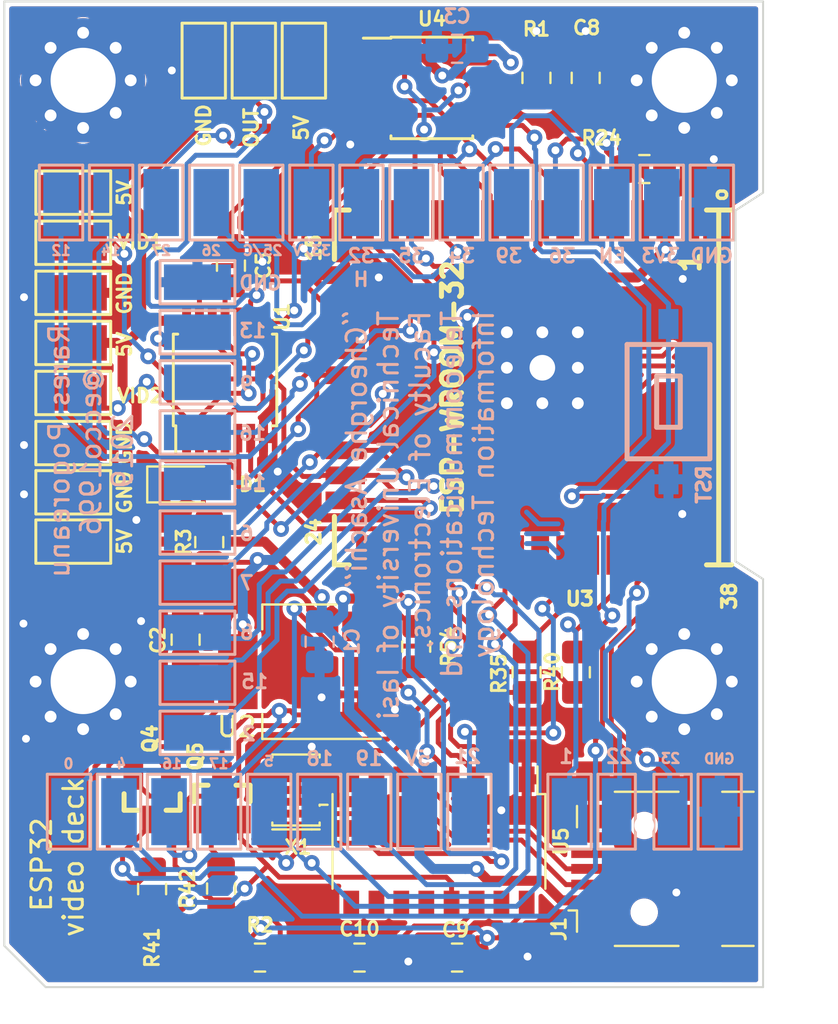
<source format=kicad_pcb>
(kicad_pcb (version 20171130) (host pcbnew "(5.1.0-0)")
  (layers (0 F.Cu signal) (31 B.Cu signal) (34 B.Paste user) (35 F.Paste user) (36 B.SilkS user) (37 F.SilkS user) (38 B.Mask user) (39 F.Mask user) (44 Edge.Cuts user))
  (net 0 "")
  (net 1 GND)
  (net 2 +5V)
  (net 3 +3V3)
  (net 4 /VID_IN)
  (net 5 "Net-(C8-Pad1)")
  (net 6 /RTS)
  (net 7 /ESP_EN)
  (net 8 "Net-(Q4-Pad1)")
  (net 9 "Net-(Q5-Pad1)")
  (net 10 /DTR)
  (net 11 /RX)
  (net 12 /TX)
  (net 13 /VID_ESP)
  (net 14 /VID_OUT)
  (net 15 /VID_IN1)
  (net 16 /VID_IN2)
  (net 17 /BURST)
  (net 18 /GPIO22)
  (net 19 /GPIO21)
  (net 20 "Net-(U3-Pad32)")
  (net 21 /GPIO19)
  (net 22 /GPIO18)
  (net 23 /GPIO5)
  (net 24 /GPIO17)
  (net 25 /GPIO8)
  (net 26 /GPIO7)
  (net 27 /GPIO6)
  (net 28 /GPIO11)
  (net 29 /GPIO10)
  (net 30 /GPIO9)
  (net 31 /GPIO12)
  (net 32 /OE)
  (net 33 /GPIO26)
  (net 34 /VSYNC)
  (net 35 /HSYNC)
  (net 36 /GPI35)
  (net 37 /GPI34)
  (net 38 /GPI39)
  (net 39 /GPI36)
  (net 40 "Net-(J1-Pad2)")
  (net 41 "Net-(J1-Pad3)")
  (net 42 "Net-(J1-Pad4)")
  (net 43 "Net-(U5-Pad7)")
  (net 44 "Net-(U5-Pad8)")
  (net 45 "Net-(U5-Pad9)")
  (net 46 "Net-(U5-Pad10)")
  (net 47 "Net-(U5-Pad11)")
  (net 48 "Net-(U5-Pad12)")
  (net 49 "Net-(U5-Pad15)")
  (net 50 /GPIO14)
  (net 51 /GPIO16)
  (net 52 /GPIO15)
  (net 53 /GPIO13)
  (net 54 /GPIO0)
  (net 55 /RTS?)
  (net 56 /VID_IN?)
  (net 57 "Net-(D1-Pad2)")
  (net 58 /GPIO2)
  (net 59 /GPIO4)
  (net 60 /GPIO3)
  (net 61 /GPIO1)
  (module OLIMEX_Other-FP:Mounting_hole_Shield_3.3mm (layer F.Cu) (at -30.5 0)
    (fp_text reference MH3 hide)
    (fp_text value Mounting_hole_Shield_3.3mm hide)
    (pad GND1 thru_hole circle (at 0 0) (size 6.3 6.3) (drill 3.3) (layers *.Cu *.Mask) (net 1 GND))
    (pad GND1 thru_hole circle (at 0 -2.413) (size 1.2 1.2) (drill 0.6) (layers *.Cu *.Mask) (net 1 GND))
    (pad GND1 thru_hole circle (at 0 2.413) (size 1.2 1.2) (drill 0.6) (layers *.Cu *.Mask) (net 1 GND))
    (pad GND1 thru_hole circle (at -1.651 -1.651) (size 1.2 1.2) (drill 0.6) (layers *.Cu *.Mask) (net 1 GND))
    (pad GND1 thru_hole circle (at 1.651 -1.651) (size 1.2 1.2) (drill 0.6) (layers *.Cu *.Mask) (net 1 GND))
    (pad GND1 thru_hole circle (at -1.651 1.778) (size 1.2 1.2) (drill 0.6) (layers *.Cu *.Mask) (net 1 GND))
    (pad GND1 thru_hole circle (at 1.651 1.651) (size 1.2 1.2) (drill 0.6) (layers *.Cu *.Mask) (net 1 GND))
    (pad GND1 thru_hole circle (at 2.413 0) (size 1.2 1.2) (drill 0.6) (layers *.Cu *.Mask) (net 1 GND))
    (pad GND1 thru_hole circle (at -2.413 0) (size 1.2 1.2) (drill 0.6) (layers *.Cu *.Mask) (net 1 GND))
  )
  (module Capacitor_SMD:C_0805_2012Metric_Pad1.15x1.40mm_HandSolder (layer B.Cu) (at -18.5 28.475 90)
    (fp_text reference C1 (at 0 1.65 90) (layer B.SilkS) (effects (font (size 0.7 0.7)) (justify mirror)))
    (fp_text value 1n)
    (pad 1 smd roundrect (at -1.025 0 90) (size 1.15 1.4) (layers B.Cu B.Paste B.Mask) (roundrect_rratio 0.217391) (net 1 GND))
    (pad 2 smd roundrect (at 1.025 0 90) (size 1.15 1.4) (layers B.Cu B.Paste B.Mask) (roundrect_rratio 0.217391) (net 2 +5V))
  )
  (module OLIMEX_Cases-FP:ESP-WROOM-32_MODULE (layer F.Cu) (at -5 15.58 270)
    (fp_text reference U3 (at 10.72 0.3) (layer F.SilkS) (effects (font (size 0.7 0.7) (thickness 0.175))))
    (fp_text value ESP-WROOM-32)
    (fp_text user 24 (at 7.32 13.8 90) (layer F.SilkS) (effects (font (size 0.7 0.7) (thickness 0.175))))
    (fp_text user 15 (at -7.08 13.8 90) (layer F.SilkS) (effects (font (size 0.7 0.7) (thickness 0.175))))
    (fp_text user 38 (at 10.582 -7.286 270) (layer F.SilkS) (effects (font (size 0.7 0.7) (thickness 0.175))))
    (fp_text user 1 (at -6.35 -5.305 270) (layer F.SilkS) (effects (font (size 1.016 1.016) (thickness 0.254))))
    (fp_text user ESP-WROOM-32 (at 0 6.76 270) (layer F.SilkS) (effects (font (size 1.016 1.016) (thickness 0.254))))
    (fp_text user o (at -9.779 -6.829 270) (layer F.SilkS) (effects (font (size 0.7 0.7) (thickness 0.175))))
    (pad 39 thru_hole circle (at 0.8 2.2 270) (size 1.3 1.3) (drill 0.6) (layers *.Cu) (net 1 GND))
    (pad 39 thru_hole circle (at -2.8 2.2 270) (size 1.3 1.3) (drill 0.6) (layers *.Cu) (net 1 GND))
    (pad 39 thru_hole circle (at -1 4 270) (size 1.3 1.3) (drill 0.6) (layers *.Cu) (net 1 GND))
    (pad 39 thru_hole circle (at -1 0.4 270) (size 1.3 1.3) (drill 0.6) (layers *.Cu) (net 1 GND))
    (pad 39 thru_hole circle (at 0.8 0.4 270) (size 1.3 1.3) (drill 0.6) (layers *.Cu) (net 1 GND))
    (pad 39 thru_hole circle (at -2.8 0.4 270) (size 1.3 1.3) (drill 0.6) (layers *.Cu) (net 1 GND))
    (pad 39 thru_hole circle (at 0.8 4 270) (size 1.3 1.3) (drill 0.6) (layers *.Cu) (net 1 GND))
    (pad 1 smd rect (at -8.5 -5.31 270) (size 2 0.9) (layers F.Cu F.Paste F.Mask) (net 1 GND))
    (pad 2 smd rect (at -8.5 -4.04 270) (size 2 0.9) (layers F.Cu F.Paste F.Mask) (net 3 +3V3))
    (pad 3 smd rect (at -8.5 -2.77 270) (size 2 0.9) (layers F.Cu F.Paste F.Mask) (net 7 /ESP_EN))
    (pad 4 smd rect (at -8.5 -1.5 270) (size 2 0.9) (layers F.Cu F.Paste F.Mask) (net 39 /GPI36))
    (pad 5 smd rect (at -8.5 -0.23 270) (size 2 0.9) (layers F.Cu F.Paste F.Mask) (net 38 /GPI39))
    (pad 6 smd rect (at -8.5 1.04 270) (size 2 0.9) (layers F.Cu F.Paste F.Mask) (net 37 /GPI34))
    (pad 7 smd rect (at -8.5 2.31 270) (size 2 0.9) (layers F.Cu F.Paste F.Mask) (net 36 /GPI35))
    (pad 8 smd rect (at -8.5 3.58 270) (size 2 0.9) (layers F.Cu F.Paste F.Mask) (net 35 /HSYNC))
    (pad 9 smd rect (at -8.5 4.85 270) (size 2 0.9) (layers F.Cu F.Paste F.Mask) (net 34 /VSYNC))
    (pad 10 smd rect (at -8.5 6.12 270) (size 2 0.9) (layers F.Cu F.Paste F.Mask) (net 13 /VID_ESP))
    (pad 11 smd rect (at -8.5 7.39 270) (size 2 0.9) (layers F.Cu F.Paste F.Mask) (net 33 /GPIO26))
    (pad 12 smd rect (at -8.5 8.66 270) (size 2 0.9) (layers F.Cu F.Paste F.Mask) (net 32 /OE))
    (pad 13 smd rect (at -8.5 9.93 270) (size 2 0.9) (layers F.Cu F.Paste F.Mask) (net 50 /GPIO14))
    (pad 14 smd rect (at -8.5 11.2 270) (size 2 0.9) (layers F.Cu F.Paste F.Mask) (net 31 /GPIO12))
    (pad 15 smd rect (at -5.7 12.2 270) (size 0.9 2) (layers F.Cu F.Paste F.Mask) (net 1 GND))
    (pad 16 smd rect (at -4.43 12.2 270) (size 0.9 2) (layers F.Cu F.Paste F.Mask) (net 53 /GPIO13))
    (pad 17 smd rect (at -3.16 12.2 270) (size 0.9 2) (layers F.Cu F.Paste F.Mask) (net 30 /GPIO9))
    (pad 18 smd rect (at -1.89 12.2 270) (size 0.9 2) (layers F.Cu F.Paste F.Mask) (net 29 /GPIO10))
    (pad 19 smd rect (at -0.62 12.2 270) (size 0.9 2) (layers F.Cu F.Paste F.Mask) (net 28 /GPIO11))
    (pad 20 smd rect (at 0.65 12.2 270) (size 0.9 2) (layers F.Cu F.Paste F.Mask) (net 27 /GPIO6))
    (pad 21 smd rect (at 1.92 12.2 270) (size 0.9 2) (layers F.Cu F.Paste F.Mask) (net 26 /GPIO7))
    (pad 22 smd rect (at 3.19 12.2 270) (size 0.9 2) (layers F.Cu F.Paste F.Mask) (net 25 /GPIO8))
    (pad 23 smd rect (at 4.46 12.2 270) (size 0.9 2) (layers F.Cu F.Paste F.Mask) (net 52 /GPIO15))
    (pad 24 smd rect (at 5.73 12.2 270) (size 0.9 2) (layers F.Cu F.Paste F.Mask) (net 58 /GPIO2))
    (pad 25 smd rect (at 8.5 11.2 270) (size 2 0.9) (layers F.Cu F.Paste F.Mask) (net 54 /GPIO0))
    (pad 26 smd rect (at 8.5 9.93 270) (size 2 0.9) (layers F.Cu F.Paste F.Mask) (net 59 /GPIO4))
    (pad 27 smd rect (at 8.5 8.66 270) (size 2 0.9) (layers F.Cu F.Paste F.Mask) (net 51 /GPIO16))
    (pad 28 smd rect (at 8.5 7.39 270) (size 2 0.9) (layers F.Cu F.Paste F.Mask) (net 24 /GPIO17))
    (pad 29 smd rect (at 8.5 6.12 270) (size 2 0.9) (layers F.Cu F.Paste F.Mask) (net 23 /GPIO5))
    (pad 30 smd rect (at 8.5 4.85 270) (size 2 0.9) (layers F.Cu F.Paste F.Mask) (net 22 /GPIO18))
    (pad 31 smd rect (at 8.5 3.58 270) (size 2 0.9) (layers F.Cu F.Paste F.Mask) (net 21 /GPIO19))
    (pad 32 smd rect (at 8.5 2.31 270) (size 2 0.9) (layers F.Cu F.Paste F.Mask) (net 20 "Net-(U3-Pad32)"))
    (pad 33 smd rect (at 8.5 1.04 270) (size 2 0.9) (layers F.Cu F.Paste F.Mask) (net 19 /GPIO21))
    (pad 34 smd rect (at 8.5 -0.23 270) (size 2 0.9) (layers F.Cu F.Paste F.Mask) (net 60 /GPIO3))
    (pad 35 smd rect (at 8.5 -1.5 270) (size 2 0.9) (layers F.Cu F.Paste F.Mask) (net 61 /GPIO1))
    (pad 36 smd rect (at 8.5 -2.77 270) (size 2 0.9) (layers F.Cu F.Paste F.Mask) (net 18 /GPIO22))
    (pad 37 smd rect (at 8.5 -4.04 270) (size 2 0.9) (layers F.Cu F.Paste F.Mask) (net 17 /BURST))
    (pad 38 smd rect (at 8.5 -5.31 270) (size 2 0.9) (layers F.Cu F.Paste F.Mask) (net 1 GND))
    (pad 39 smd rect (at -1 2.2 270) (size 5 5) (layers F.Cu F.Mask) (net 1 GND))
    (pad 39 thru_hole circle (at -1 2.2 270) (size 2 2) (drill 1.3) (layers *.Cu *.Mask) (net 1 GND))
    (pad 39 thru_hole circle (at -2.8 4 270) (size 1.3 1.3) (drill 0.6) (layers *.Cu) (net 1 GND))
  )
  (module Connector_USB:USB_Mini-B_Lumberg_2486_01_Horizontal (layer F.Cu) (at -2.032 40 90)
    (fp_text reference J1 (at -3.053 -4.32 90) (layer F.SilkS) (effects (font (size 0.7 0.7))))
    (fp_text value USB_OTG)
    (pad 1 smd rect (at -1.6 -2.7 90) (size 0.5 2) (layers F.Cu F.Paste F.Mask) (net 2 +5V))
    (pad 2 smd rect (at -0.8 -2.7 90) (size 0.5 2) (layers F.Cu F.Paste F.Mask) (net 40 "Net-(J1-Pad2)"))
    (pad 3 smd rect (at 0 -2.7 90) (size 0.5 2) (layers F.Cu F.Paste F.Mask) (net 41 "Net-(J1-Pad3)"))
    (pad 4 smd rect (at 0.8 -2.7 90) (size 0.5 2) (layers F.Cu F.Paste F.Mask) (net 42 "Net-(J1-Pad4)"))
    (pad 5 smd rect (at 1.6 -2.7 90) (size 0.5 2) (layers F.Cu F.Paste F.Mask) (net 1 GND))
    (pad 6 smd rect (at -4.45 -2.6 90) (size 2 1.7) (layers F.Cu F.Paste F.Mask) (net 1 GND))
    (pad 6 smd rect (at -4.45 2.85 90) (size 2 1.7) (layers F.Cu F.Paste F.Mask) (net 1 GND))
    (pad 6 smd rect (at 4.45 -2.6 90) (size 2 1.7) (layers F.Cu F.Paste F.Mask) (net 1 GND))
    (pad 6 smd rect (at 4.45 2.85 90) (size 2 1.7) (layers F.Cu F.Paste F.Mask) (net 1 GND))
    (pad "" np_thru_hole circle (at -2.2 0 90) (size 1 1) (drill 1) (layers *.Cu *.Mask))
    (pad "" np_thru_hole circle (at 2.2 0 90) (size 1 1) (drill 1) (layers *.Cu *.Mask))
  )
  (module TestPoint:TestPoint_Keystone_5015_Micro-Minature (layer B.Cu) (at -0.74 37.1 90)
    (fp_text reference 23 (at 2.7 0.04) (layer B.SilkS) (effects (font (size 0.5 0.5) (thickness 0.125)) (justify mirror)))
    (fp_text value 3V3)
    (pad 1 smd rect (at 0 0 90) (size 3.4 1.5) (drill (offset 0 0.15)) (layers B.Cu B.Paste B.Mask) (net 17 /BURST))
  )
  (module TestPoint:TestPoint_Keystone_5015_Micro-Minature (layer B.Cu) (at -3.28 37.1 90)
    (fp_text reference 22 (at 2.8 -0.02 180) (layer B.SilkS) (effects (font (size 0.7 0.7)) (justify mirror)))
    (fp_text value 3V3)
    (pad 1 smd rect (at 0 0 90) (size 3.4 1.5) (drill (offset 0 -0.15)) (layers B.Cu B.Paste B.Mask) (net 18 /GPIO22))
  )
  (module TestPoint:TestPoint_Keystone_5015_Micro-Minature (layer B.Cu) (at -13.44 37.1 90)
    (fp_text reference 5V (at 2.7 -0.06 180) (layer B.SilkS) (effects (font (size 0.7 0.7)) (justify mirror)))
    (fp_text value 3V3)
    (pad 1 smd rect (at 0 0 90) (size 3.4 1.8) (layers B.Cu B.Paste B.Mask) (net 2 +5V))
  )
  (module TestPoint:TestPoint_Keystone_5015_Micro-Minature (layer F.Cu) (at -31 20.9)
    (fp_text reference GND (at 2.6 0 90) (layer F.SilkS) (effects (font (size 0.7 0.7))))
    (fp_text value 3V3)
    (pad 1 smd rect (at 0 0) (size 3.4 1.8) (layers F.Cu F.Paste F.Mask) (net 1 GND))
  )
  (module TestPoint:TestPoint_Keystone_5015_Micro-Minature (layer F.Cu) (at -31 23.4)
    (fp_text reference 5V (at 2.6 0 90) (layer F.SilkS) (effects (font (size 0.7 0.7))))
    (fp_text value 3V3)
    (pad 1 smd rect (at 0 0) (size 3.4 1.8) (layers F.Cu F.Paste F.Mask) (net 2 +5V))
  )
  (module TestPoint:TestPoint_Keystone_5015_Micro-Minature (layer B.Cu) (at -24.7 10.24)
    (fp_text reference GND (at 3.2 0.047) (layer B.SilkS) (effects (font (size 0.7 0.7)) (justify mirror)))
    (fp_text value 3V3)
    (pad 1 smd rect (at 0 0) (size 3.4 1.8) (layers B.Cu B.Paste B.Mask) (net 1 GND))
  )
  (module TestPoint:TestPoint_Keystone_5015_Micro-Minature (layer B.Cu) (at -24.7 12.78)
    (fp_text reference 13 (at 2.8 -0.08) (layer B.SilkS) (effects (font (size 0.7 0.7)) (justify mirror)))
    (fp_text value 3V3)
    (pad 1 smd rect (at 0 0) (size 3.4 1.8) (layers B.Cu B.Paste B.Mask) (net 53 /GPIO13))
  )
  (module TestPoint:TestPoint_Keystone_5015_Micro-Minature (layer B.Cu) (at -24.7 15.32)
    (fp_text reference 9 (at 2.5 0.08) (layer B.SilkS) (effects (font (size 0.7 0.7)) (justify mirror)))
    (fp_text value 3V3)
    (pad 1 smd rect (at 0 0) (size 3.4 1.8) (layers B.Cu B.Paste B.Mask) (net 30 /GPIO9))
  )
  (module TestPoint:TestPoint_Keystone_5015_Micro-Minature (layer B.Cu) (at -24.7 17.86)
    (fp_text reference 16 (at 2.8 0.04) (layer B.SilkS) (effects (font (size 0.7 0.7)) (justify mirror)))
    (fp_text value 3V3)
    (pad 1 smd rect (at 0 0) (size 3.4 1.8) (layers B.Cu B.Paste B.Mask) (net 29 /GPIO10))
  )
  (module TestPoint:TestPoint_Keystone_5015_Micro-Minature (layer B.Cu) (at -24.7 20.4)
    (fp_text reference 11 (at 2.8 0) (layer B.SilkS) (effects (font (size 0.7 0.7)) (justify mirror)))
    (fp_text value 3V3)
    (pad 1 smd rect (at 0 0) (size 3.4 1.8) (layers B.Cu B.Paste B.Mask) (net 28 /GPIO11))
  )
  (module TestPoint:TestPoint_Keystone_5015_Micro-Minature (layer B.Cu) (at -24.7 22.94)
    (fp_text reference 6 (at 2.5 0.047) (layer B.SilkS) (effects (font (size 0.7 0.7)) (justify mirror)))
    (fp_text value 3V3)
    (pad 1 smd rect (at 0 0) (size 3.4 1.8) (layers B.Cu B.Paste B.Mask) (net 27 /GPIO6))
  )
  (module TestPoint:TestPoint_Keystone_5015_Micro-Minature (layer B.Cu) (at -24.7 25.48)
    (fp_text reference 7 (at 2.5 0.02) (layer B.SilkS) (effects (font (size 0.7 0.7)) (justify mirror)))
    (fp_text value 3V3)
    (pad 1 smd rect (at 0 0) (size 3.4 1.8) (layers B.Cu B.Paste B.Mask) (net 26 /GPIO7))
  )
  (module TestPoint:TestPoint_Keystone_5015_Micro-Minature (layer B.Cu) (at -24.7 28.02)
    (fp_text reference 8 (at 2.5 -0.02) (layer B.SilkS) (effects (font (size 0.7 0.7)) (justify mirror)))
    (fp_text value 3V3)
    (pad 1 smd rect (at 0 0) (size 3.4 1.8) (layers B.Cu B.Paste B.Mask) (net 25 /GPIO8))
  )
  (module TestPoint:TestPoint_Keystone_5015_Micro-Minature (layer B.Cu) (at -24.7 30.56)
    (fp_text reference 15 (at 2.9 -0.06) (layer B.SilkS) (effects (font (size 0.7 0.7)) (justify mirror)))
    (fp_text value 3V3)
    (pad 1 smd rect (at 0 0) (size 3.4 1.8) (layers B.Cu B.Paste B.Mask) (net 52 /GPIO15))
  )
  (module TestPoint:TestPoint_Keystone_5015_Micro-Minature (layer B.Cu) (at -24.7 33.1)
    (fp_text reference 2 (at 2.6 0.047) (layer B.SilkS) (effects (font (size 0.7 0.7)) (justify mirror)))
    (fp_text value 3V3)
    (pad 1 smd rect (at 0 0) (size 3.4 1.8) (layers B.Cu B.Paste B.Mask) (net 58 /GPIO2))
  )
  (module TestPoint:TestPoint_Keystone_5015_Micro-Minature (layer B.Cu) (at -28.68 37.1 90)
    (fp_text reference 4 (at 2.429 0.105 180) (layer B.SilkS) (effects (font (size 0.5 0.5) (thickness 0.125)) (justify mirror)))
    (fp_text value 3V3)
    (pad 1 smd rect (at 0 0 90) (size 3.4 1.8) (layers B.Cu B.Paste B.Mask) (net 59 /GPIO4))
  )
  (module TestPoint:TestPoint_Keystone_5015_Micro-Minature (layer B.Cu) (at -18.52 37.1 90)
    (fp_text reference 18 (at 2.7 0.02 180) (layer B.SilkS) (effects (font (size 0.7 0.7)) (justify mirror)))
    (fp_text value 3V3)
    (pad 1 smd rect (at 0 0 90) (size 3.4 1.8) (layers B.Cu B.Paste B.Mask) (net 22 /GPIO18))
  )
  (module TestPoint:TestPoint_Keystone_5015_Micro-Minature (layer B.Cu) (at -15.98 37.1 90)
    (fp_text reference 19 (at 2.7 -0.02 180) (layer B.SilkS) (effects (font (size 0.7 0.7)) (justify mirror)))
    (fp_text value 3V3)
    (pad 1 smd rect (at 0 0 90) (size 3.4 1.8) (layers B.Cu B.Paste B.Mask) (net 21 /GPIO19))
  )
  (module TestPoint:TestPoint_Keystone_5015_Micro-Minature (layer B.Cu) (at -31.22 37.1 90)
    (fp_text reference 0 (at 2.429 -0.022 180) (layer B.SilkS) (effects (font (size 0.5 0.5) (thickness 0.125)) (justify mirror)))
    (fp_text value 3V3)
    (pad 1 smd rect (at 0 0 90) (size 3.4 1.8) (layers B.Cu B.Paste B.Mask) (net 54 /GPIO0))
  )
  (module TestPoint:TestPoint_Keystone_5015_Micro-Minature (layer B.Cu) (at -26.14 37.1 90)
    (fp_text reference 16 (at 2.429 0.14) (layer B.SilkS) (effects (font (size 0.5 0.5) (thickness 0.125)) (justify mirror)))
    (fp_text value 3V3)
    (pad 1 smd rect (at 0 0 90) (size 3.4 1.8) (layers B.Cu B.Paste B.Mask) (net 51 /GPIO16))
  )
  (module TestPoint:TestPoint_Keystone_5015_Micro-Minature (layer B.Cu) (at -23.6 37.1 90)
    (fp_text reference 17 (at 2.429 -0.022 180) (layer B.SilkS) (effects (font (size 0.5 0.5) (thickness 0.125)) (justify mirror)))
    (fp_text value 3V3)
    (pad 1 smd rect (at 0 0 90) (size 3.4 1.8) (layers B.Cu B.Paste B.Mask) (net 24 /GPIO17))
  )
  (module TestPoint:TestPoint_Keystone_5015_Micro-Minature (layer B.Cu) (at -21.06 37.1 90)
    (fp_text reference 5 (at 2.556 -0.022) (layer B.SilkS) (effects (font (size 0.5 0.5) (thickness 0.125)) (justify mirror)))
    (fp_text value 3V3)
    (pad 1 smd rect (at 0 0 90) (size 3.4 1.8) (layers B.Cu B.Paste B.Mask) (net 23 /GPIO5))
  )
  (module TestPoint:TestPoint_Keystone_5015_Micro-Minature (layer B.Cu) (at -10.9 37.1 90)
    (fp_text reference 21 (at 2.8 -0.1 180) (layer B.SilkS) (effects (font (size 0.7 0.7)) (justify mirror)))
    (fp_text value 3V3)
    (pad 1 smd rect (at 0 0 90) (size 3.4 1.8) (layers B.Cu B.Paste B.Mask) (net 19 /GPIO21))
  )
  (module TestPoint:TestPoint_Keystone_5015_Micro-Minature (layer B.Cu) (at -5.82 37.1 90)
    (fp_text reference 1 (at 2.8 -0.18 180) (layer B.SilkS) (effects (font (size 0.7 0.7)) (justify mirror)))
    (fp_text value 3V3)
    (pad 1 smd rect (at 0 0 90) (size 3.4 1.8) (layers B.Cu B.Paste B.Mask) (net 61 /GPIO1))
  )
  (module TestPoint:TestPoint_Keystone_5015_Micro-Minature (layer B.Cu) (at 1.8 37.1 90)
    (fp_text reference GND (at 2.683 -0.022 180) (layer B.SilkS) (effects (font (size 0.5 0.5) (thickness 0.125)) (justify mirror)))
    (fp_text value 3V3)
    (pad 1 smd rect (at 0 0 90) (size 3.4 1.8) (layers B.Cu B.Paste B.Mask) (net 1 GND))
  )
  (module TestPoint:TestPoint_Keystone_5015_Micro-Minature (layer B.Cu) (at -31.62 6.2 90)
    (fp_text reference 12 (at -2.436 -0.003 180) (layer B.SilkS) (effects (font (size 0.5 0.5) (thickness 0.125)) (justify mirror)))
    (fp_text value 3V3)
    (pad 1 smd rect (at 0 0 90) (size 3.4 1.8) (layers B.Cu B.Paste B.Mask) (net 31 /GPIO12))
  )
  (module TestPoint:TestPoint_Keystone_5015_Micro-Minature (layer B.Cu) (at -29.08 6.2 90)
    (fp_text reference 14 (at -2.436 -0.02 180) (layer B.SilkS) (effects (font (size 0.5 0.5) (thickness 0.125)) (justify mirror)))
    (fp_text value 3V3)
    (pad 1 smd rect (at 0 0 90) (size 3.4 1.8) (layers B.Cu B.Paste B.Mask) (net 50 /GPIO14))
  )
  (module TestPoint:TestPoint_Keystone_5015_Micro-Minature (layer B.Cu) (at -26.54 6.2 90)
    (fp_text reference 27 (at -2.436 -0.003 180) (layer B.SilkS) (effects (font (size 0.5 0.5) (thickness 0.125)) (justify mirror)))
    (fp_text value 3V3)
    (pad 1 smd rect (at 0 0 90) (size 3.4 1.8) (layers B.Cu B.Paste B.Mask) (net 32 /OE))
  )
  (module TestPoint:TestPoint_Keystone_5015_Micro-Minature (layer B.Cu) (at -24 6.2 90)
    (fp_text reference 26 (at -2.436 -0.003 180) (layer B.SilkS) (effects (font (size 0.5 0.5) (thickness 0.125)) (justify mirror)))
    (fp_text value 3V3)
    (pad 1 smd rect (at 0 0 90) (size 3.4 1.8) (layers B.Cu B.Paste B.Mask) (net 33 /GPIO26))
  )
  (module TestPoint:TestPoint_Keystone_5015_Micro-Minature (layer B.Cu) (at -21.46 6.2 90)
    (fp_text reference 25/C (at -2.436 0.06 180) (layer B.SilkS) (effects (font (size 0.5 0.5) (thickness 0.125)) (justify mirror)))
    (fp_text value 3V3)
    (pad 1 smd rect (at 0 0 90) (size 3.4 1.8) (layers B.Cu B.Paste B.Mask) (net 13 /VID_ESP))
  )
  (module TestPoint:TestPoint_Keystone_5015_Micro-Minature (layer B.Cu) (at -18.92 6.2 90)
    (fp_text reference 33/V (at -2.436 0.02 180) (layer B.SilkS) (effects (font (size 0.5 0.5) (thickness 0.125)) (justify mirror)))
    (fp_text value 3V3)
    (pad 1 smd rect (at 0 0 90) (size 3.4 1.8) (layers B.Cu B.Paste B.Mask) (net 34 /VSYNC))
  )
  (module TestPoint:TestPoint_Keystone_5015_Micro-Minature (layer B.Cu) (at -16.38 6.2 90)
    (fp_text reference 32 (at -2.7 -0.02 180) (layer B.SilkS) (effects (font (size 0.7 0.7)) (justify mirror)))
    (fp_text value 3V3)
    (pad 1 smd rect (at 0 0 90) (size 3.4 1.8) (layers B.Cu B.Paste B.Mask) (net 35 /HSYNC))
  )
  (module TestPoint:TestPoint_Keystone_5015_Micro-Minature (layer B.Cu) (at -13.84 6.2 90)
    (fp_text reference 35 (at -2.7 -0.003 180) (layer B.SilkS) (effects (font (size 0.7 0.7)) (justify mirror)))
    (fp_text value 3V3)
    (pad 1 smd rect (at 0 0 90) (size 3.4 1.8) (layers B.Cu B.Paste B.Mask) (net 36 /GPI35))
  )
  (module TestPoint:TestPoint_Keystone_5015_Micro-Minature (layer B.Cu) (at -11.3 6.2 90)
    (fp_text reference 34 (at -2.7 0 180) (layer B.SilkS) (effects (font (size 0.7 0.7)) (justify mirror)))
    (fp_text value 3V3)
    (pad 1 smd rect (at 0 0 90) (size 3.4 1.8) (layers B.Cu B.Paste B.Mask) (net 37 /GPI34))
  )
  (module TestPoint:TestPoint_Keystone_5015_Micro-Minature (layer B.Cu) (at -8.76 6.2 90)
    (fp_text reference 39 (at -2.7 -0.14 180) (layer B.SilkS) (effects (font (size 0.7 0.7)) (justify mirror)))
    (fp_text value 3V3)
    (pad 1 smd rect (at 0 0 90) (size 3.4 1.8) (layers B.Cu B.Paste B.Mask) (net 38 /GPI39))
  )
  (module TestPoint:TestPoint_Keystone_5015_Micro-Minature (layer B.Cu) (at -6.22 6.2 90)
    (fp_text reference 36 (at -2.7 0.02 180) (layer B.SilkS) (effects (font (size 0.7 0.7)) (justify mirror)))
    (fp_text value 3V3)
    (pad 1 smd rect (at 0 0 90) (size 3.4 1.8) (layers B.Cu B.Paste B.Mask) (net 39 /GPI36))
  )
  (module TestPoint:TestPoint_Keystone_5015_Micro-Minature (layer B.Cu) (at -3.68 6.2 90)
    (fp_text reference EN (at -2.7 0.03) (layer B.SilkS) (effects (font (size 0.7 0.7)) (justify mirror)))
    (fp_text value 3V3)
    (pad 1 smd rect (at 0 0 90) (size 3.4 1.8) (layers B.Cu B.Paste B.Mask) (net 7 /ESP_EN))
  )
  (module TestPoint:TestPoint_Keystone_5015_Micro-Minature (layer B.Cu) (at -1.14 6.2 90)
    (fp_text reference 3V3 (at -2.7 -0.06 180) (layer B.SilkS) (effects (font (size 0.7 0.7)) (justify mirror)))
    (fp_text value 3V3)
    (pad 1 smd rect (at 0 0 90) (size 3.4 1.8) (layers B.Cu B.Paste B.Mask) (net 3 +3V3))
  )
  (module TestPoint:TestPoint_Keystone_5015_Micro-Minature (layer B.Cu) (at 1.4 6.2 90)
    (fp_text reference GND (at -2.7 0 180) (layer B.SilkS) (effects (font (size 0.7 0.7)) (justify mirror)))
    (fp_text value 3V3)
    (pad 1 smd rect (at 0 0 90) (size 3.4 1.8) (layers B.Cu B.Paste B.Mask) (net 1 GND))
  )
  (module TestPoint:TestPoint_Keystone_5015_Micro-Minature (layer F.Cu) (at -19.3 -1 270)
    (fp_text reference 5V (at 3.413 0.131 270) (layer F.SilkS) (effects (font (size 0.7 0.7))))
    (fp_text value 3V3)
    (pad 1 smd rect (at 0 0 270) (size 3.4 1.8) (layers F.Cu F.Paste F.Mask) (net 2 +5V))
  )
  (module TestPoint:TestPoint_Keystone_5015_Micro-Minature (layer F.Cu) (at -24.38 -1 270)
    (fp_text reference GND (at 3.286 0.004 270) (layer F.SilkS) (effects (font (size 0.7 0.7))))
    (fp_text value 3V3)
    (pad 1 smd rect (at 0 0 270) (size 3.4 1.8) (layers F.Cu F.Paste F.Mask) (net 1 GND))
  )
  (module TestPoint:TestPoint_Keystone_5015_Micro-Minature (layer F.Cu) (at -21.84 -1 270)
    (fp_text reference OUT (at 3.413 0.131 270) (layer F.SilkS) (effects (font (size 0.7 0.7))))
    (fp_text value 3V3)
    (pad 1 smd rect (at 0 0 270) (size 3.4 1.8) (layers F.Cu F.Paste F.Mask) (net 14 /VID_OUT))
  )
  (module TestPoint:TestPoint_Keystone_5015_Micro-Minature (layer F.Cu) (at -31 18.4)
    (fp_text reference GND (at 2.6 0 90) (layer F.SilkS) (effects (font (size 0.7 0.7))))
    (fp_text value 3V3)
    (pad 1 smd rect (at 0 0) (size 3.4 1.8) (layers F.Cu F.Paste F.Mask) (net 1 GND))
  )
  (module TestPoint:TestPoint_Keystone_5015_Micro-Minature (layer F.Cu) (at -31 15.86)
    (fp_text reference VID2 (at 3.4 0.14 180) (layer F.SilkS) (effects (font (size 0.7 0.7))))
    (fp_text value 3V3)
    (pad 1 smd rect (at 0 0) (size 3.4 1.8) (layers F.Cu F.Paste F.Mask) (net 16 /VID_IN2))
  )
  (module TestPoint:TestPoint_Keystone_5015_Micro-Minature (layer F.Cu) (at -31 13.32)
    (fp_text reference 5V (at 2.6 0.08 90) (layer F.SilkS) (effects (font (size 0.7 0.7))))
    (fp_text value 3V3)
    (pad 1 smd rect (at 0 0) (size 3.4 1.8) (layers F.Cu F.Paste F.Mask) (net 2 +5V))
  )
  (module TestPoint:TestPoint_Keystone_5015_Micro-Minature (layer F.Cu) (at -31 10.78)
    (fp_text reference GND (at 2.6 0.02 90) (layer F.SilkS) (effects (font (size 0.7 0.7))))
    (fp_text value 3V3)
    (pad 1 smd rect (at 0 0) (size 3.4 1.8) (layers F.Cu F.Paste F.Mask) (net 1 GND))
  )
  (module TestPoint:TestPoint_Keystone_5015_Micro-Minature (layer F.Cu) (at -31 8.24)
    (fp_text reference VID1 (at 3.4 -0.04 180) (layer F.SilkS) (effects (font (size 0.7 0.7))))
    (fp_text value 3V3)
    (pad 1 smd rect (at 0 0) (size 3.4 1.8) (layers F.Cu F.Paste F.Mask) (net 15 /VID_IN1))
  )
  (module OLIMEX_Other-FP:Mounting_hole_Shield_3.3mm (layer F.Cu) (at -30.5 30.5)
    (fp_text reference MH3 hide)
    (fp_text value Mounting_hole_Shield_3.3mm hide)
    (pad GND1 thru_hole circle (at -2.413 0) (size 1.2 1.2) (drill 0.6) (layers *.Cu *.Mask) (net 1 GND))
    (pad GND1 thru_hole circle (at 2.413 0) (size 1.2 1.2) (drill 0.6) (layers *.Cu *.Mask) (net 1 GND))
    (pad GND1 thru_hole circle (at 1.651 1.651) (size 1.2 1.2) (drill 0.6) (layers *.Cu *.Mask) (net 1 GND))
    (pad GND1 thru_hole circle (at -1.651 1.778) (size 1.2 1.2) (drill 0.6) (layers *.Cu *.Mask) (net 1 GND))
    (pad GND1 thru_hole circle (at 1.651 -1.651) (size 1.2 1.2) (drill 0.6) (layers *.Cu *.Mask) (net 1 GND))
    (pad GND1 thru_hole circle (at -1.651 -1.651) (size 1.2 1.2) (drill 0.6) (layers *.Cu *.Mask) (net 1 GND))
    (pad GND1 thru_hole circle (at 0 2.413) (size 1.2 1.2) (drill 0.6) (layers *.Cu *.Mask) (net 1 GND))
    (pad GND1 thru_hole circle (at 0 -2.413) (size 1.2 1.2) (drill 0.6) (layers *.Cu *.Mask) (net 1 GND))
    (pad GND1 thru_hole circle (at 0 0) (size 6.3 6.3) (drill 3.3) (layers *.Cu *.Mask) (net 1 GND))
  )
  (module Capacitor_SMD:C_0805_2012Metric_Pad1.15x1.40mm_HandSolder (layer F.Cu) (at -25.3 28.375 90)
    (fp_text reference C2 (at -0.025 -1.4 90) (layer F.SilkS) (effects (font (size 0.7 0.7))))
    (fp_text value 1n)
    (pad 2 smd roundrect (at 1.025 0 90) (size 1.15 1.4) (layers F.Cu F.Paste F.Mask) (roundrect_rratio 0.217391) (net 1 GND))
    (pad 1 smd roundrect (at -1.025 0 90) (size 1.15 1.4) (layers F.Cu F.Paste F.Mask) (roundrect_rratio 0.217391) (net 3 +3V3))
  )
  (module Capacitor_SMD:C_0805_2012Metric_Pad1.15x1.40mm_HandSolder (layer B.Cu) (at -11.525 -1.6 180)
    (fp_text reference C3 (at 0 1.65 180) (layer B.SilkS) (effects (font (size 0.7 0.7)) (justify mirror)))
    (fp_text value 100nF)
    (pad 2 smd roundrect (at 1.025 0 180) (size 1.15 1.4) (layers B.Cu B.Paste B.Mask) (roundrect_rratio 0.217391) (net 1 GND))
    (pad 1 smd roundrect (at -1.025 0 180) (size 1.15 1.4) (layers B.Cu B.Paste B.Mask) (roundrect_rratio 0.217391) (net 2 +5V))
  )
  (module Capacitor_SMD:C_0805_2012Metric_Pad1.15x1.40mm_HandSolder (layer F.Cu) (at -23 9.4 270)
    (fp_text reference C5 (at 0 -1.65 270) (layer F.SilkS) (effects (font (size 0.7 0.7))))
    (fp_text value 100nF)
    (pad 2 smd roundrect (at 1.025 0 270) (size 1.15 1.4) (layers F.Cu F.Paste F.Mask) (roundrect_rratio 0.217391) (net 4 /VID_IN))
    (pad 1 smd roundrect (at -1.025 0 270) (size 1.15 1.4) (layers F.Cu F.Paste F.Mask) (roundrect_rratio 0.217391) (net 56 /VID_IN?))
  )
  (module Capacitor_SMD:C_0805_2012Metric_Pad1.15x1.40mm_HandSolder (layer F.Cu) (at -5 -0.125 90)
    (fp_text reference C8 (at 2.542 0.047 180) (layer F.SilkS) (effects (font (size 0.7 0.7))))
    (fp_text value 100nF)
    (pad 1 smd roundrect (at -1.025 0 90) (size 1.15 1.4) (layers F.Cu F.Paste F.Mask) (roundrect_rratio 0.217391) (net 5 "Net-(C8-Pad1)"))
    (pad 2 smd roundrect (at 1.025 0 90) (size 1.15 1.4) (layers F.Cu F.Paste F.Mask) (roundrect_rratio 0.217391) (net 1 GND))
  )
  (module Capacitor_SMD:C_0805_2012Metric_Pad1.15x1.40mm_HandSolder (layer F.Cu) (at -11.525 44.5)
    (fp_text reference C9 (at -0.075 -1.4) (layer F.SilkS) (effects (font (size 0.7 0.7))))
    (fp_text value 1n)
    (pad 2 smd roundrect (at 1.025 0) (size 1.15 1.4) (layers F.Cu F.Paste F.Mask) (roundrect_rratio 0.217391) (net 3 +3V3))
    (pad 1 smd roundrect (at -1.025 0) (size 1.15 1.4) (layers F.Cu F.Paste F.Mask) (roundrect_rratio 0.217391) (net 1 GND))
  )
  (module Capacitor_SMD:C_0805_2012Metric_Pad1.15x1.40mm_HandSolder (layer F.Cu) (at -16.475 44.5 180)
    (fp_text reference C10 (at 0 1.447 180) (layer F.SilkS) (effects (font (size 0.7 0.7))))
    (fp_text value 1n)
    (pad 1 smd roundrect (at -1.025 0 180) (size 1.15 1.4) (layers F.Cu F.Paste F.Mask) (roundrect_rratio 0.217391) (net 55 /RTS?))
    (pad 2 smd roundrect (at 1.025 0 180) (size 1.15 1.4) (layers F.Cu F.Paste F.Mask) (roundrect_rratio 0.217391) (net 6 /RTS))
  )
  (module OLIMEX_Other-FP:Mounting_hole_Shield_3.3mm (layer F.Cu) (at 0 30.5)
    (fp_text reference MH2 hide)
    (fp_text value Mounting_hole_Shield_3.3mm hide)
    (pad GND1 thru_hole circle (at 0 0) (size 6.3 6.3) (drill 3.3) (layers *.Cu *.Mask) (net 1 GND))
    (pad GND1 thru_hole circle (at 0 -2.413) (size 1.2 1.2) (drill 0.6) (layers *.Cu *.Mask) (net 1 GND))
    (pad GND1 thru_hole circle (at 0 2.413) (size 1.2 1.2) (drill 0.6) (layers *.Cu *.Mask) (net 1 GND))
    (pad GND1 thru_hole circle (at -1.651 -1.651) (size 1.2 1.2) (drill 0.6) (layers *.Cu *.Mask) (net 1 GND))
    (pad GND1 thru_hole circle (at 1.651 -1.651) (size 1.2 1.2) (drill 0.6) (layers *.Cu *.Mask) (net 1 GND))
    (pad GND1 thru_hole circle (at -1.651 1.778) (size 1.2 1.2) (drill 0.6) (layers *.Cu *.Mask) (net 1 GND))
    (pad GND1 thru_hole circle (at 1.651 1.651) (size 1.2 1.2) (drill 0.6) (layers *.Cu *.Mask) (net 1 GND))
    (pad GND1 thru_hole circle (at 2.413 0) (size 1.2 1.2) (drill 0.6) (layers *.Cu *.Mask) (net 1 GND))
    (pad GND1 thru_hole circle (at -2.413 0) (size 1.2 1.2) (drill 0.6) (layers *.Cu *.Mask) (net 1 GND))
  )
  (module OLIMEX_Other-FP:Mounting_hole_Shield_3.3mm (layer F.Cu) (at 0 0)
    (fp_text reference MH3 hide)
    (fp_text value Mounting_hole_Shield_3.3mm hide)
    (pad GND1 thru_hole circle (at -2.413 0) (size 1.2 1.2) (drill 0.6) (layers *.Cu *.Mask) (net 1 GND))
    (pad GND1 thru_hole circle (at 2.413 0) (size 1.2 1.2) (drill 0.6) (layers *.Cu *.Mask) (net 1 GND))
    (pad GND1 thru_hole circle (at 1.651 1.651) (size 1.2 1.2) (drill 0.6) (layers *.Cu *.Mask) (net 1 GND))
    (pad GND1 thru_hole circle (at -1.651 1.778) (size 1.2 1.2) (drill 0.6) (layers *.Cu *.Mask) (net 1 GND))
    (pad GND1 thru_hole circle (at 1.651 -1.651) (size 1.2 1.2) (drill 0.6) (layers *.Cu *.Mask) (net 1 GND))
    (pad GND1 thru_hole circle (at -1.651 -1.651) (size 1.2 1.2) (drill 0.6) (layers *.Cu *.Mask) (net 1 GND))
    (pad GND1 thru_hole circle (at 0 2.413) (size 1.2 1.2) (drill 0.6) (layers *.Cu *.Mask) (net 1 GND))
    (pad GND1 thru_hole circle (at 0 -2.413) (size 1.2 1.2) (drill 0.6) (layers *.Cu *.Mask) (net 1 GND))
    (pad GND1 thru_hole circle (at 0 0) (size 6.3 6.3) (drill 3.3) (layers *.Cu *.Mask) (net 1 GND))
  )
  (module OLIMEX_Transistors-FP:SOT23 (layer F.Cu) (at -27 36.39256 90)
    (fp_text reference Q4 (at 2.99256 -0.1 90) (layer F.SilkS) (effects (font (size 0.7 0.7) (thickness 0.175))))
    (fp_text value "BC817-40(SOT23)")
    (pad 3 smd rect (at -1.10236 0.00254 90) (size 1.4 1) (layers F.Cu F.Paste F.Mask) (net 7 /ESP_EN) (clearance 0.0508))
    (pad 2 smd rect (at 1.10744 -0.9525 90) (size 1.4 1) (layers F.Cu F.Paste F.Mask) (net 6 /RTS) (clearance 0.0508))
    (pad 1 smd rect (at 1.10744 0.94996 90) (size 1.4 1) (layers F.Cu F.Paste F.Mask) (net 8 "Net-(Q4-Pad1)") (clearance 0.0508))
  )
  (module OLIMEX_Transistors-FP:SOT23 (layer F.Cu) (at -23.4525 36.39256 270)
    (fp_text reference Q5 (at -2.09256 1.3475 90) (layer F.SilkS) (effects (font (size 0.7 0.7) (thickness 0.175))))
    (fp_text value "BC817-40(SOT23)")
    (pad 1 smd rect (at 1.10744 0.94996 270) (size 1.4 1) (layers F.Cu F.Paste F.Mask) (net 9 "Net-(Q5-Pad1)") (clearance 0.0508))
    (pad 2 smd rect (at 1.10744 -0.9525 270) (size 1.4 1) (layers F.Cu F.Paste F.Mask) (net 10 /DTR) (clearance 0.0508))
    (pad 3 smd rect (at -1.10236 0.00254 270) (size 1.4 1) (layers F.Cu F.Paste F.Mask) (net 54 /GPIO0) (clearance 0.0508))
  )
  (module Resistor_SMD:R_0805_2012Metric_Pad1.15x1.40mm_HandSolder (layer F.Cu) (at -7.5 -0.125 90)
    (fp_text reference R1 (at 2.475 0) (layer F.SilkS) (effects (font (size 0.7 0.7))))
    (fp_text value 560k)
    (pad 2 smd roundrect (at 1.025 0 90) (size 1.15 1.4) (layers F.Cu F.Paste F.Mask) (roundrect_rratio 0.217391) (net 1 GND))
    (pad 1 smd roundrect (at -1.025 0 90) (size 1.15 1.4) (layers F.Cu F.Paste F.Mask) (roundrect_rratio 0.217391) (net 5 "Net-(C8-Pad1)"))
  )
  (module Resistor_SMD:R_0805_2012Metric_Pad1.15x1.40mm_HandSolder (layer F.Cu) (at -21.525 44.5)
    (fp_text reference R2 (at 0 -1.65) (layer F.SilkS) (effects (font (size 0.7 0.7))))
    (fp_text value 10K)
    (pad 1 smd roundrect (at -1.025 0) (size 1.15 1.4) (layers F.Cu F.Paste F.Mask) (roundrect_rratio 0.217391) (net 3 +3V3))
    (pad 2 smd roundrect (at 1.025 0) (size 1.15 1.4) (layers F.Cu F.Paste F.Mask) (roundrect_rratio 0.217391) (net 6 /RTS))
  )
  (module Resistor_SMD:R_0805_2012Metric_Pad1.15x1.40mm_HandSolder (layer F.Cu) (at -2.025 4.5 180)
    (fp_text reference R24 (at 2.166 1.579 180) (layer F.SilkS) (effects (font (size 0.7 0.7))))
    (fp_text value 1k/R0603)
    (pad 1 smd roundrect (at -1.025 0 180) (size 1.15 1.4) (layers F.Cu F.Paste F.Mask) (roundrect_rratio 0.217391) (net 3 +3V3))
    (pad 2 smd roundrect (at 1.025 0 180) (size 1.15 1.4) (layers F.Cu F.Paste F.Mask) (roundrect_rratio 0.217391) (net 7 /ESP_EN))
  )
  (module Resistor_SMD:R_0805_2012Metric_Pad1.15x1.40mm_HandSolder (layer F.Cu) (at -8 30.025 90)
    (fp_text reference R35 (at -0.075 -1.4 270) (layer F.SilkS) (effects (font (size 0.7 0.7))))
    (fp_text value 220R/R0603)
    (pad 2 smd roundrect (at 1.025 0 90) (size 1.15 1.4) (layers F.Cu F.Paste F.Mask) (roundrect_rratio 0.217391) (net 60 /GPIO3))
    (pad 1 smd roundrect (at -1.025 0 90) (size 1.15 1.4) (layers F.Cu F.Paste F.Mask) (roundrect_rratio 0.217391) (net 11 /RX))
  )
  (module Resistor_SMD:R_0805_2012Metric_Pad1.15x1.40mm_HandSolder (layer F.Cu) (at -5.5 30.025 90)
    (fp_text reference R40 (at 0.025 -1.2 270) (layer F.SilkS) (effects (font (size 0.7 0.7))))
    (fp_text value 220R/R0603)
    (pad 1 smd roundrect (at -1.025 0 90) (size 1.15 1.4) (layers F.Cu F.Paste F.Mask) (roundrect_rratio 0.217391) (net 12 /TX))
    (pad 2 smd roundrect (at 1.025 0 90) (size 1.15 1.4) (layers F.Cu F.Paste F.Mask) (roundrect_rratio 0.217391) (net 61 /GPIO1))
  )
  (module Resistor_SMD:R_0805_2012Metric_Pad1.15x1.40mm_HandSolder (layer F.Cu) (at -27 41.025 90)
    (fp_text reference R41 (at -2.975 0 90) (layer F.SilkS) (effects (font (size 0.7 0.7))))
    (fp_text value 1k/R0603)
    (pad 2 smd roundrect (at 1.025 0 90) (size 1.15 1.4) (layers F.Cu F.Paste F.Mask) (roundrect_rratio 0.217391) (net 8 "Net-(Q4-Pad1)"))
    (pad 1 smd roundrect (at -1.025 0 90) (size 1.15 1.4) (layers F.Cu F.Paste F.Mask) (roundrect_rratio 0.217391) (net 10 /DTR))
  )
  (module Resistor_SMD:R_0805_2012Metric_Pad1.15x1.40mm_HandSolder (layer F.Cu) (at -23.5 41 90)
    (fp_text reference R42 (at 0 -1.7 90) (layer F.SilkS) (effects (font (size 0.7 0.7))))
    (fp_text value 1k/R0603)
    (pad 1 smd roundrect (at -1.025 0 90) (size 1.15 1.4) (layers F.Cu F.Paste F.Mask) (roundrect_rratio 0.217391) (net 6 /RTS))
    (pad 2 smd roundrect (at 1.025 0 90) (size 1.15 1.4) (layers F.Cu F.Paste F.Mask) (roundrect_rratio 0.217391) (net 9 "Net-(Q5-Pad1)"))
  )
  (module Resistor_SMD:R_0805_2012Metric_Pad1.15x1.40mm_HandSolder (layer F.Cu) (at -13.6 28.725 270)
    (fp_text reference R54 (at 0 -1.65 270) (layer F.SilkS) (effects (font (size 0.7 0.7))))
    (fp_text value NA/R0603)
    (pad 2 smd roundrect (at 1.025 0 270) (size 1.15 1.4) (layers F.Cu F.Paste F.Mask) (roundrect_rratio 0.217391) (net 3 +3V3))
    (pad 1 smd roundrect (at -1.025 0 270) (size 1.15 1.4) (layers F.Cu F.Paste F.Mask) (roundrect_rratio 0.217391) (net 54 /GPIO0))
  )
  (module "OLIMEX_Buttons-FP:T1107A(6x3,8x2,5MM)" (layer B.Cu) (at -0.8 16.3 270)
    (fp_text reference RST (at 4.2 -1.8 270) (layer B.SilkS) (effects (font (size 0.7 0.7) (thickness 0.175)) (justify mirror)))
    (fp_text value "T1107A(6x3,8x2,5MM)")
    (pad 1 smd rect (at -3.937 0 180) (size 1.016 1.524) (layers B.Cu B.Paste B.Mask) (net 7 /ESP_EN) (clearance 0.0508))
    (pad 2 smd rect (at 3.937 0 180) (size 1.016 1.524) (layers B.Cu B.Paste B.Mask) (net 1 GND) (clearance 0.0508))
  )
  (module TestPoint:TestPoint_Keystone_5015_Micro-Minature (layer F.Cu) (at -31 5.7)
    (fp_text reference 5V (at 2.6 0.015 90) (layer F.SilkS) (effects (font (size 0.7 0.7))))
    (fp_text value 3V3)
    (pad 1 smd rect (at 0 0) (size 3.4 1.8) (layers F.Cu F.Paste F.Mask) (net 2 +5V))
  )
  (module Package_SO:TSSOP-14_4.4x5mm_P0.65mm (layer F.Cu) (at -23.3 15.2 90)
    (fp_text reference U1 (at 3.2 2.9 270) (layer F.SilkS) (effects (font (size 0.7 0.7))))
    (fp_text value 4066)
    (pad 1 smd rect (at -2.95 -1.95 90) (size 1.45 0.45) (layers F.Cu F.Paste F.Mask) (net 16 /VID_IN2))
    (pad 2 smd rect (at -2.95 -1.3 90) (size 1.45 0.45) (layers F.Cu F.Paste F.Mask) (net 4 /VID_IN))
    (pad 3 smd rect (at -2.95 -0.65 90) (size 1.45 0.45) (layers F.Cu F.Paste F.Mask) (net 4 /VID_IN))
    (pad 4 smd rect (at -2.95 0 90) (size 1.45 0.45) (layers F.Cu F.Paste F.Mask) (net 15 /VID_IN1))
    (pad 5 smd rect (at -2.95 0.65 90) (size 1.45 0.45) (layers F.Cu F.Paste F.Mask) (net 50 /GPIO14))
    (pad 6 smd rect (at -2.95 1.3 90) (size 1.45 0.45) (layers F.Cu F.Paste F.Mask) (net 51 /GPIO16))
    (pad 7 smd rect (at -2.95 1.95 90) (size 1.45 0.45) (layers F.Cu F.Paste F.Mask) (net 1 GND))
    (pad 8 smd rect (at 2.95 1.95 90) (size 1.45 0.45) (layers F.Cu F.Paste F.Mask) (net 13 /VID_ESP))
    (pad 9 smd rect (at 2.95 1.3 90) (size 1.45 0.45) (layers F.Cu F.Paste F.Mask) (net 14 /VID_OUT))
    (pad 10 smd rect (at 2.95 0.65 90) (size 1.45 0.45) (layers F.Cu F.Paste F.Mask) (net 14 /VID_OUT))
    (pad 11 smd rect (at 2.95 0 90) (size 1.45 0.45) (layers F.Cu F.Paste F.Mask) (net 4 /VID_IN))
    (pad 12 smd rect (at 2.95 -0.65 90) (size 1.45 0.45) (layers F.Cu F.Paste F.Mask) (net 52 /GPIO15))
    (pad 13 smd rect (at 2.95 -1.3 90) (size 1.45 0.45) (layers F.Cu F.Paste F.Mask) (net 53 /GPIO13))
    (pad 14 smd rect (at 2.95 -1.95 90) (size 1.45 0.45) (layers F.Cu F.Paste F.Mask) (net 2 +5V))
  )
  (module Package_TO_SOT_SMD:SOT-223-3_TabPin2 (layer F.Cu) (at -19.5 30 180)
    (fp_text reference U2 (at 3.2 -2.8 180) (layer F.SilkS))
    (fp_text value LM1117-3.3)
    (pad 2 smd rect (at 3.15 0 180) (size 2 3.8) (layers F.Cu F.Paste F.Mask) (net 3 +3V3))
    (pad 2 smd rect (at -3.15 0 180) (size 2 1.5) (layers F.Cu F.Paste F.Mask) (net 3 +3V3))
    (pad 3 smd rect (at -3.15 2.3 180) (size 2 1.5) (layers F.Cu F.Paste F.Mask) (net 2 +5V))
    (pad 1 smd rect (at -3.15 -2.3 180) (size 2 1.5) (layers F.Cu F.Paste F.Mask) (net 1 GND))
  )
  (module Package_SO:SOIC-8_3.9x4.9mm_P1.27mm (layer F.Cu) (at -12.80608 0.38476)
    (fp_text reference U4 (at 0 -3.5) (layer F.SilkS) (effects (font (size 0.7 0.7))))
    (fp_text value LM1881)
    (pad 1 smd rect (at -2.7 -1.905) (size 1.55 0.6) (layers F.Cu F.Paste F.Mask) (net 35 /HSYNC))
    (pad 2 smd rect (at -2.7 -0.635) (size 1.55 0.6) (layers F.Cu F.Paste F.Mask) (net 56 /VID_IN?))
    (pad 3 smd rect (at -2.7 0.635) (size 1.55 0.6) (layers F.Cu F.Paste F.Mask) (net 34 /VSYNC))
    (pad 4 smd rect (at -2.7 1.905) (size 1.55 0.6) (layers F.Cu F.Paste F.Mask) (net 1 GND))
    (pad 5 smd rect (at 2.7 1.905) (size 1.55 0.6) (layers F.Cu F.Paste F.Mask) (net 17 /BURST))
    (pad 6 smd rect (at 2.7 0.635) (size 1.55 0.6) (layers F.Cu F.Paste F.Mask) (net 5 "Net-(C8-Pad1)"))
    (pad 7 smd rect (at 2.7 -0.635) (size 1.55 0.6) (layers F.Cu F.Paste F.Mask) (net 32 /OE))
    (pad 8 smd rect (at 2.7 -1.905) (size 1.55 0.6) (layers F.Cu F.Paste F.Mask) (net 2 +5V))
  )
  (module Package_SO:SOP-16_4.4x10.4mm_P1.27mm (layer F.Cu) (at -12.446 38.608 270)
    (fp_text reference U5 (at 0 -6.2 270) (layer F.SilkS) (effects (font (size 0.7 0.7))))
    (fp_text value CH340G)
    (pad 1 smd rect (at -3.15 -4.45 270) (size 1.3 0.8) (layers F.Cu F.Paste F.Mask) (net 1 GND))
    (pad 2 smd rect (at -3.15 -3.17 270) (size 1.3 0.8) (layers F.Cu F.Paste F.Mask) (net 11 /RX))
    (pad 3 smd rect (at -3.15 -1.91 270) (size 1.3 0.8) (layers F.Cu F.Paste F.Mask) (net 12 /TX))
    (pad 4 smd rect (at -3.15 -0.64 270) (size 1.3 0.8) (layers F.Cu F.Paste F.Mask) (net 3 +3V3))
    (pad 5 smd rect (at -3.15 0.64 270) (size 1.3 0.8) (layers F.Cu F.Paste F.Mask) (net 41 "Net-(J1-Pad3)"))
    (pad 6 smd rect (at -3.15 1.91 270) (size 1.3 0.8) (layers F.Cu F.Paste F.Mask) (net 40 "Net-(J1-Pad2)"))
    (pad 7 smd rect (at -3.15 3.17 270) (size 1.3 0.8) (layers F.Cu F.Paste F.Mask) (net 43 "Net-(U5-Pad7)"))
    (pad 8 smd rect (at -3.15 4.45 270) (size 1.3 0.8) (layers F.Cu F.Paste F.Mask) (net 44 "Net-(U5-Pad8)"))
    (pad 9 smd rect (at 3.15 4.45 270) (size 1.3 0.8) (layers F.Cu F.Paste F.Mask) (net 45 "Net-(U5-Pad9)"))
    (pad 10 smd rect (at 3.15 3.17 270) (size 1.3 0.8) (layers F.Cu F.Paste F.Mask) (net 46 "Net-(U5-Pad10)"))
    (pad 11 smd rect (at 3.15 1.91 270) (size 1.3 0.8) (layers F.Cu F.Paste F.Mask) (net 47 "Net-(U5-Pad11)"))
    (pad 12 smd rect (at 3.15 0.64 270) (size 1.3 0.8) (layers F.Cu F.Paste F.Mask) (net 48 "Net-(U5-Pad12)"))
    (pad 13 smd rect (at 3.15 -0.64 270) (size 1.3 0.8) (layers F.Cu F.Paste F.Mask) (net 10 /DTR))
    (pad 14 smd rect (at 3.15 -1.91 270) (size 1.3 0.8) (layers F.Cu F.Paste F.Mask) (net 55 /RTS?))
    (pad 15 smd rect (at 3.15 -3.17 270) (size 1.3 0.8) (layers F.Cu F.Paste F.Mask) (net 49 "Net-(U5-Pad15)"))
    (pad 16 smd rect (at 3.15 -4.45 270) (size 1.3 0.8) (layers F.Cu F.Paste F.Mask) (net 3 +3V3))
  )
  (module LED_SMD:LED_0805_2012Metric_Castellated (layer F.Cu) (at -25.3625 20.5)
    (fp_text reference D1 (at 3.4625 0) (layer F.SilkS) (effects (font (size 0.7 0.7))))
    (fp_text value ON)
    (pad 1 smd roundrect (at -0.9625 0) (size 1.325 1.3) (layers F.Cu F.Paste F.Mask) (roundrect_rratio 0.192308) (net 1 GND))
    (pad 2 smd roundrect (at 0.9625 0) (size 1.325 1.3) (layers F.Cu F.Paste F.Mask) (roundrect_rratio 0.192308) (net 57 "Net-(D1-Pad2)"))
  )
  (module Resistor_SMD:R_0805_2012Metric_Pad1.15x1.40mm_HandSolder (layer F.Cu) (at -24.1 23.425 90)
    (fp_text reference R3 (at 0 -1.3 90) (layer F.SilkS) (effects (font (size 0.7 0.7))))
    (fp_text value 65R)
    (pad 1 smd roundrect (at -1.025 0 90) (size 1.15 1.4) (layers F.Cu F.Paste F.Mask) (roundrect_rratio 0.217391) (net 3 +3V3))
    (pad 2 smd roundrect (at 1.025 0 90) (size 1.15 1.4) (layers F.Cu F.Paste F.Mask) (roundrect_rratio 0.217391) (net 57 "Net-(D1-Pad2)"))
  )
  (module Crystal:Resonator_SMD_muRata_CSTxExxV-3Pin_3.0x1.1mm_HandSoldering (layer F.Cu) (at -19.7 36 90)
    (fp_text reference X1 (at -2.9 0.1 180) (layer F.SilkS) (effects (font (size 0.7 0.7))))
    (fp_text value CSTNE12M0G550000R0)
    (pad 1 smd rect (at -1.2 0 90) (size 0.4 3.2) (layers F.Cu F.Paste F.Mask) (net 43 "Net-(U5-Pad7)"))
    (pad 2 smd rect (at 0 0 90) (size 0.4 3.2) (layers F.Cu F.Paste F.Mask) (net 1 GND))
    (pad 3 smd rect (at 1.2 0 90) (size 0.4 3.2) (layers F.Cu F.Paste F.Mask) (net 44 "Net-(U5-Pad8)"))
  )
  (gr_text "H\n" (at -16.4 10.1) (layer B.SilkS) (effects (font (size 0.7 0.7)) (justify mirror)))
  (gr_line (start 2.6 24.4) (end 4 25.3) (layer Edge.Cuts) (width 0.1))
  (gr_line (start 2.6 6.6) (end 2.6 24.4) (layer Edge.Cuts) (width 0.1))
  (gr_line (start 4 5.7) (end 2.6 6.6) (layer Edge.Cuts) (width 0.1))
  (gr_line (start 4 -4) (end 4 5.7) (layer Edge.Cuts) (width 0.1))
  (gr_text "“Gheorghe Asachi”\nTechnical University of Iasi\nFaculty of Electronics, \nTelecommunications and \nInformation Technology" (at -13.4 11.6 90) (layer B.SilkS) (effects (font (size 1 1)) (justify left mirror)))
  (gr_text "Rares Pogoreanu\n@ecco1996\n2019" (at -30.1 18.8 90) (layer B.SilkS) (effects (font (size 1 1)) (justify mirror)))
  (gr_text "ESP32 \nvideo deck" (at -31.8 39.4 90) (layer F.SilkS) (effects (font (size 1 1))))
  (gr_line (start -34.5 43.9) (end -32.4 46) (layer Edge.Cuts) (width 0.1))
  (gr_line (start -32.4 46) (end 4 46) (layer Edge.Cuts) (width 0.1))
  (gr_line (start -34.5 -4) (end -34.5 43.9) (layer Edge.Cuts) (width 0.1))
  (gr_line (start 4 -4) (end -34.5 -4) (layer Edge.Cuts) (width 0.1))
  (gr_line (start 4 46) (end 4 25.3) (layer Edge.Cuts) (width 0.1))
  (segment (start -8 23.5) (end -6.9 23.5) (width 0.25) (layer B.Cu) (net 0))
  (segment (start -6.9 23.5) (end -6.4 24) (width 0.25) (layer B.Cu) (net 0))
  (segment (start -8 23) (end -6.4 23) (width 0.25) (layer B.Cu) (net 0))
  (segment (start -6.4 22.5) (end -7.4 22.5) (width 0.25) (layer B.Cu) (net 0))
  (segment (start -7.4 22.5) (end -8 21.9) (width 0.25) (layer B.Cu) (net 0))
  (segment (start -2.19 13.99) (end -1.09 13.99) (width 0.25) (layer F.Cu) (net 0))
  (segment (start -1.09 13.99) (end -0.59 13.49) (width 0.25) (layer F.Cu) (net 0))
  (segment (start -2.19 14.49) (end -0.59 14.49) (width 0.25) (layer F.Cu) (net 0))
  (segment (start -0.59 14.99) (end -1.59 14.99) (width 0.25) (layer F.Cu) (net 0))
  (segment (start -1.59 14.99) (end -2.19 15.59) (width 0.25) (layer F.Cu) (net 0))
  (segment (start -20.3 8.9) (end -20.3 6.60868) (width 0.25) (layer F.Cu) (net 1))
  (segment (start -19.5 9.7) (end -20.3 8.9) (width 0.25) (layer F.Cu) (net 1))
  (segment (start -18.63 9.7) (end -19.5 9.7) (width 0.25) (layer F.Cu) (net 1))
  (segment (start -18.45 9.88) (end -18.63 9.7) (width 0.25) (layer F.Cu) (net 1))
  (segment (start -17.2 9.88) (end -18.45 9.88) (width 0.25) (layer F.Cu) (net 1))
  (segment (start -16.75 31.9) (end -16.35 32.3) (width 0.25) (layer F.Cu) (net 1))
  (segment (start -7.5 -1.15) (end -5 -1.15) (width 0.25) (layer F.Cu) (net 1))
  (via (at -15.5 10) (size 0.8) (drill 0.4) (layers F.Cu B.Cu) (net 1))
  (segment (start -15.62 9.88) (end -15.5 10) (width 0.25) (layer F.Cu) (net 1))
  (segment (start -17.2 9.88) (end -15.62 9.88) (width 0.25) (layer F.Cu) (net 1))
  (via (at -33.5 11) (size 0.8) (drill 0.4) (layers F.Cu B.Cu) (net 1))
  (segment (start -33.28 10.78) (end -33.5 11) (width 0.25) (layer F.Cu) (net 1))
  (segment (start -31 10.78) (end -33.28 10.78) (width 0.25) (layer F.Cu) (net 1))
  (segment (start -32.95 18.4) (end -33.05 18.5) (width 0.25) (layer F.Cu) (net 1))
  (segment (start -31 18.4) (end -32.95 18.4) (width 0.25) (layer F.Cu) (net 1))
  (via (at -33.5 18.5) (size 0.8) (drill 0.4) (layers F.Cu B.Cu) (net 1))
  (segment (start -33.05 18.5) (end -33.5 18.5) (width 0.25) (layer F.Cu) (net 1))
  (segment (start -33.5 18.5) (end -33.5 19) (width 0.25) (layer B.Cu) (net 1))
  (segment (start -33.4 20.9) (end -33.5 21) (width 0.25) (layer F.Cu) (net 1))
  (via (at -33.5 21) (size 0.8) (drill 0.4) (layers F.Cu B.Cu) (net 1))
  (segment (start -31 20.9) (end -33.4 20.9) (width 0.25) (layer F.Cu) (net 1))
  (via (at -26 -0.5) (size 0.8) (drill 0.4) (layers F.Cu B.Cu) (net 1))
  (segment (start -25.5 -1) (end -26 -0.5) (width 0.25) (layer F.Cu) (net 1))
  (segment (start -24.38 -1) (end -25.5 -1) (width 0.25) (layer F.Cu) (net 1))
  (segment (start -26 -0.5) (end -26.5 0) (width 0.25) (layer B.Cu) (net 1))
  (via (at -7.5 -2.5) (size 0.8) (drill 0.4) (layers F.Cu B.Cu) (net 1))
  (segment (start -7.5 -1.15) (end -7.5 -2.5) (width 0.25) (layer F.Cu) (net 1))
  (segment (start -5 -1.15) (end -5 -2.5) (width 0.25) (layer F.Cu) (net 1))
  (via (at -5 -2.5) (size 0.8) (drill 0.4) (layers F.Cu B.Cu) (net 1))
  (via (at 1.5 4) (size 0.8) (drill 0.4) (layers F.Cu B.Cu) (net 1))
  (segment (start 1.4 4.1) (end 1.5 4) (width 0.25) (layer B.Cu) (net 1))
  (segment (start 1.4 6.2) (end 1.4 4.1) (width 0.25) (layer B.Cu) (net 1))
  (segment (start 0.31 5.19) (end 0.31 7.08) (width 0.25) (layer F.Cu) (net 1))
  (segment (start 1.5 4) (end 0.31 5.19) (width 0.25) (layer F.Cu) (net 1))
  (via (at -0.075 10.075) (size 0.8) (drill 0.4) (layers F.Cu B.Cu) (net 1))
  (segment (start 0.31 9.19) (end -0.5 10) (width 0.25) (layer F.Cu) (net 1))
  (segment (start 0.31 7.08) (end 0.31 9.19) (width 0.25) (layer F.Cu) (net 1))
  (segment (start -30.5 30.5) (end -30.5 30.7) (width 0.25) (layer F.Cu) (net 1))
  (via (at -33.4 33.4) (size 0.8) (drill 0.4) (layers F.Cu B.Cu) (net 1))
  (segment (start -33.2 33.4) (end -33.4 33.4) (width 0.25) (layer F.Cu) (net 1))
  (segment (start -30.5 30.7) (end -33.2 33.4) (width 0.25) (layer F.Cu) (net 1))
  (segment (start -15.50608 2.28976) (end -15.98108 2.28976) (width 0.25) (layer F.Cu) (net 1))
  (via (at -16.94566 3.25434) (size 0.8) (drill 0.4) (layers F.Cu B.Cu) (net 1))
  (segment (start -22.44 10.24) (end -21.4 9.2) (width 0.25) (layer B.Cu) (net 1))
  (segment (start -24.7 10.24) (end -22.44 10.24) (width 0.25) (layer B.Cu) (net 1))
  (via (at -21.4 9.2) (size 0.8) (drill 0.4) (layers F.Cu B.Cu) (net 1))
  (via (at -14 44.7) (size 0.8) (drill 0.4) (layers F.Cu B.Cu) (net 1))
  (segment (start -0.45 44.45) (end -0.45 41.55) (width 0.25) (layer F.Cu) (net 1))
  (via (at -0.4 41.2) (size 0.8) (drill 0.4) (layers F.Cu B.Cu) (net 1))
  (segment (start -0.4 41.5) (end -0.4 41.2) (width 0.25) (layer F.Cu) (net 1))
  (segment (start -0.45 41.55) (end -0.4 41.5) (width 0.25) (layer F.Cu) (net 1))
  (segment (start -0.8 21.3) (end -0.1 22) (width 0.25) (layer B.Cu) (net 1))
  (via (at -0.1 22) (size 0.8) (drill 0.4) (layers F.Cu B.Cu) (net 1))
  (segment (start -0.8 20.237) (end -0.8 21.3) (width 0.25) (layer B.Cu) (net 1))
  (via (at -0.1 22) (size 0.8) (drill 0.4) (layers F.Cu B.Cu) (net 1))
  (segment (start -16.94566 1.54566) (end -16.94566 3.25434) (width 0.25) (layer B.Cu) (net 1))
  (segment (start -13.8 -1.6) (end -16.94566 1.54566) (width 0.25) (layer B.Cu) (net 1))
  (segment (start -12.55 -1.6) (end -13.8 -1.6) (width 0.25) (layer B.Cu) (net 1))
  (via (at -33.528 27.559) (size 0.8) (drill 0.4) (layers F.Cu B.Cu) (net 1))
  (segment (start -30.587 30.5) (end -33.528 27.559) (width 0.25) (layer F.Cu) (net 1))
  (segment (start -30.5 30.5) (end -30.587 30.5) (width 0.25) (layer F.Cu) (net 1))
  (segment (start -30.5 30.5) (end -27.686 27.686) (width 0.25) (layer B.Cu) (net 1))
  (via (at -27.559 27.432) (size 0.8) (drill 0.4) (layers F.Cu B.Cu) (net 1))
  (segment (start -27.559 27.559) (end -27.559 27.432) (width 0.25) (layer B.Cu) (net 1))
  (segment (start -27.686 27.686) (end -27.559 27.559) (width 0.25) (layer B.Cu) (net 1))
  (via (at -7.95 44.45) (size 0.8) (drill 0.4) (layers F.Cu B.Cu) (net 1))
  (segment (start -5.9 44.45) (end -7.95 44.45) (width 0.25) (layer F.Cu) (net 1))
  (via (at -27.8 22.3) (size 0.8) (drill 0.4) (layers F.Cu B.Cu) (net 1))
  (segment (start -21.1 36) (end -21.9 35.2) (width 0.25) (layer F.Cu) (net 1))
  (segment (start -19.7 36) (end -21.1 36) (width 0.25) (layer F.Cu) (net 1))
  (segment (start -21.9 35.2) (end -21.9 34.1) (width 0.25) (layer F.Cu) (net 1))
  (segment (start -21.6 33.8) (end -18.9 33.8) (width 0.25) (layer F.Cu) (net 1))
  (via (at -18.9 33.8) (size 0.8) (drill 0.4) (layers F.Cu B.Cu) (net 1))
  (segment (start -21.9 34.1) (end -21.6 33.8) (width 0.25) (layer F.Cu) (net 1))
  (segment (start -18.5 31.2) (end -18.4 31.3) (width 0.25) (layer B.Cu) (net 1))
  (segment (start -18.5 29.5) (end -18.5 31.2) (width 0.25) (layer B.Cu) (net 1))
  (via (at -18.4 31.3) (size 0.8) (drill 0.4) (layers F.Cu B.Cu) (net 1))
  (segment (start -7.2 19) (end -7.2 17.33) (width 0.25) (layer F.Cu) (net 1))
  (segment (start -18.275 22.2) (end -13.473002 22.2) (width 0.25) (layer F.Cu) (net 1))
  (segment (start -21.35 18.15) (end -21.35 19.125) (width 0.25) (layer F.Cu) (net 1))
  (segment (start -13.473002 22.2) (end -12.947993 22.725009) (width 0.25) (layer F.Cu) (net 1))
  (segment (start -10.925009 22.725009) (end -7.2 19) (width 0.25) (layer F.Cu) (net 1))
  (segment (start -12.947993 22.725009) (end -10.925009 22.725009) (width 0.25) (layer F.Cu) (net 1))
  (segment (start -7.2 17.33) (end -7.2 14.58) (width 0.25) (layer F.Cu) (net 1))
  (via (at -14.68 31.92) (size 0.8) (drill 0.4) (layers F.Cu B.Cu) (net 1))
  (segment (start -15.06 32.3) (end -14.68 31.92) (width 0.25) (layer F.Cu) (net 1))
  (segment (start -16.35 32.3) (end -15.06 32.3) (width 0.25) (layer F.Cu) (net 1))
  (segment (start -18.4 31.62) (end -18.4 31.3) (width 0.508) (layer F.Cu) (net 1))
  (segment (start -17.73 32.29) (end -18.4 31.62) (width 0.508) (layer F.Cu) (net 1))
  (segment (start -17.14 32.29) (end -17.73 32.29) (width 0.508) (layer F.Cu) (net 1))
  (segment (start -16.75 31.9) (end -17.14 32.29) (width 0.508) (layer F.Cu) (net 1))
  (via (at -9.28 37.03) (size 0.8) (drill 0.4) (layers F.Cu B.Cu) (net 1))
  (segment (start -8.43 37.03) (end -9.28 37.03) (width 0.25) (layer F.Cu) (net 1))
  (segment (start -7.996 36.596) (end -8.43 37.03) (width 0.25) (layer F.Cu) (net 1))
  (segment (start -7.996 35.458) (end -7.996 36.596) (width 0.25) (layer F.Cu) (net 1))
  (via (at -20.6275 19.8475) (size 0.8) (drill 0.4) (layers F.Cu B.Cu) (net 1))
  (segment (start -21.35 19.125) (end -20.6275 19.8475) (width 0.25) (layer F.Cu) (net 1))
  (segment (start -20.6275 19.8475) (end -18.275 22.2) (width 0.25) (layer F.Cu) (net 1))
  (segment (start -26.75 21.9) (end -27.4 21.9) (width 0.25) (layer F.Cu) (net 1))
  (segment (start -27.4 21.9) (end -27.8 22.3) (width 0.25) (layer F.Cu) (net 1))
  (segment (start -26.325 21.475) (end -26.75 21.9) (width 0.25) (layer F.Cu) (net 1))
  (segment (start -26.325 20.5) (end -26.325 21.475) (width 0.25) (layer F.Cu) (net 1))
  (segment (start -16.545661 2.335661) (end -16.545661 2.854341) (width 0.25) (layer F.Cu) (net 1))
  (segment (start -16.545661 2.854341) (end -16.94566 3.25434) (width 0.25) (layer F.Cu) (net 1))
  (segment (start -16.49976 2.28976) (end -16.545661 2.335661) (width 0.25) (layer F.Cu) (net 1))
  (segment (start -15.98108 2.28976) (end -16.49976 2.28976) (width 0.25) (layer F.Cu) (net 1))
  (segment (start -21.3 23.4) (end -18.5 26.2) (width 0.508) (layer F.Cu) (net 2))
  (segment (start -31 23.4) (end -21.3 23.4) (width 0.508) (layer F.Cu) (net 2))
  (segment (start -28.792 13.32) (end -31 13.32) (width 0.508) (layer F.Cu) (net 2))
  (segment (start -28.5 13.612) (end -28.792 13.32) (width 0.508) (layer F.Cu) (net 2))
  (segment (start -28.7 5.7) (end -31 5.7) (width 0.508) (layer F.Cu) (net 2))
  (segment (start -28.5 5.9) (end -28.7 5.7) (width 0.508) (layer F.Cu) (net 2))
  (segment (start -17 28.95) (end -18.5 27.45) (width 0.508) (layer B.Cu) (net 2))
  (segment (start -13.44 35.56) (end -17 32) (width 0.508) (layer B.Cu) (net 2))
  (segment (start -17 32) (end -17 28.95) (width 0.508) (layer B.Cu) (net 2))
  (segment (start -13.44 37.1) (end -13.44 35.56) (width 0.508) (layer B.Cu) (net 2))
  (segment (start -27.545998 12.582076) (end -27.554001 12.574073) (width 0.508) (layer F.Cu) (net 2))
  (segment (start -27.554001 12.574073) (end -27.554001 6.845999) (width 0.508) (layer F.Cu) (net 2))
  (segment (start -27.554001 6.845999) (end -28.5 5.9) (width 0.508) (layer F.Cu) (net 2))
  (segment (start -24.309922 1.909922) (end -22.254002 1.909922) (width 0.508) (layer F.Cu) (net 2))
  (segment (start -28.5 5.9) (end -28.3 5.9) (width 0.508) (layer F.Cu) (net 2))
  (segment (start -19.3 1.208) (end -19.3 -1) (width 0.508) (layer F.Cu) (net 2))
  (segment (start -28.3 5.9) (end -24.309922 1.909922) (width 0.508) (layer F.Cu) (net 2))
  (segment (start -22.254002 1.909922) (end -21.709922 2.454002) (width 0.508) (layer F.Cu) (net 2))
  (segment (start -21.709922 2.454002) (end -20.546002 2.454002) (width 0.508) (layer F.Cu) (net 2))
  (segment (start -20.546002 2.454002) (end -19.3 1.208) (width 0.508) (layer F.Cu) (net 2))
  (segment (start -31 23.4) (end -30.2 23.4) (width 0.508) (layer F.Cu) (net 2))
  (segment (start -30.2 23.4) (end -28.254001 21.454001) (width 0.508) (layer F.Cu) (net 2))
  (segment (start -28.254001 21.454001) (end -28.254001 17.814114) (width 0.508) (layer F.Cu) (net 2))
  (segment (start -28.254001 17.814114) (end -27.785886 17.345999) (width 0.508) (layer F.Cu) (net 2))
  (segment (start -27.785886 17.345999) (end -27.785886 16.350758) (width 0.508) (layer F.Cu) (net 2))
  (segment (start -27.785886 16.350758) (end -28.5 15.636644) (width 0.508) (layer F.Cu) (net 2))
  (segment (start -28.5 15.636644) (end -28.5 13.612) (width 0.508) (layer F.Cu) (net 2))
  (via (at -18.387881 26.213201) (size 0.8) (drill 0.4) (layers F.Cu B.Cu) (net 2))
  (segment (start -18.5 26.32532) (end -18.387881 26.213201) (width 0.508) (layer B.Cu) (net 2))
  (via (at -8.800001 -0.9) (size 0.8) (drill 0.4) (layers F.Cu B.Cu) (net 2))
  (segment (start -9.500001 -1.6) (end -9.2 -1.299999) (width 0.508) (layer B.Cu) (net 2))
  (segment (start -9.2 -1.299999) (end -8.800001 -0.9) (width 0.508) (layer B.Cu) (net 2))
  (segment (start -10.5 -1.6) (end -9.500001 -1.6) (width 0.508) (layer B.Cu) (net 2))
  (segment (start -10.141001 40.404999) (end -10.541 40.005) (width 0.508) (layer F.Cu) (net 2))
  (segment (start -7.234999 40.605001) (end -9.940999 40.605001) (width 0.508) (layer F.Cu) (net 2))
  (segment (start -6.24 41.6) (end -7.234999 40.605001) (width 0.508) (layer F.Cu) (net 2))
  (segment (start -4.732 41.6) (end -6.24 41.6) (width 0.508) (layer F.Cu) (net 2))
  (segment (start -11.106685 40.005) (end -10.541 40.005) (width 0.508) (layer B.Cu) (net 2))
  (via (at -10.541 40.005) (size 0.8) (drill 0.4) (layers F.Cu B.Cu) (net 2))
  (segment (start -13.44 37.1) (end -13.44 39.308) (width 0.508) (layer B.Cu) (net 2))
  (segment (start -9.940999 40.605001) (end -10.141001 40.404999) (width 0.508) (layer F.Cu) (net 2))
  (segment (start -13.44 39.308) (end -12.743 40.005) (width 0.508) (layer B.Cu) (net 2))
  (segment (start -12.743 40.005) (end -11.106685 40.005) (width 0.508) (layer B.Cu) (net 2))
  (segment (start -9.420241 -1.52024) (end -8.800001 -0.9) (width 0.508) (layer F.Cu) (net 2))
  (segment (start -10.10608 -1.52024) (end -9.420241 -1.52024) (width 0.508) (layer F.Cu) (net 2))
  (segment (start -27.545998 12.582076) (end -27.545998 12.545998) (width 0.508) (layer F.Cu) (net 2))
  (segment (start -27.545998 12.545998) (end -27.2 12.2) (width 0.508) (layer F.Cu) (net 2))
  (segment (start -27.2 12.2) (end -25.5 12.2) (width 0.508) (layer F.Cu) (net 2))
  (via (at -17.31 26.29) (size 0.8) (drill 0.4) (layers F.Cu B.Cu) (net 2))
  (segment (start -16.35 26.442) (end -16.502 26.29) (width 0.508) (layer F.Cu) (net 2))
  (segment (start -16.744315 26.29) (end -17.31 26.29) (width 0.508) (layer F.Cu) (net 2))
  (segment (start -16.35 27.7) (end -16.35 26.442) (width 0.508) (layer F.Cu) (net 2))
  (segment (start -16.502 26.29) (end -16.744315 26.29) (width 0.508) (layer F.Cu) (net 2))
  (segment (start -18.387881 27.337881) (end -18.5 27.45) (width 0.508) (layer B.Cu) (net 2))
  (segment (start -18.387881 26.213201) (end -18.387881 27.337881) (width 0.508) (layer B.Cu) (net 2))
  (segment (start -17.31 27.07) (end -17.31 26.29) (width 0.508) (layer B.Cu) (net 2))
  (segment (start -17.69 27.45) (end -17.31 27.07) (width 0.508) (layer B.Cu) (net 2))
  (segment (start -18.5 27.45) (end -17.69 27.45) (width 0.508) (layer B.Cu) (net 2))
  (segment (start -28.5 13.536078) (end -27.545998 12.582076) (width 0.508) (layer F.Cu) (net 2))
  (segment (start -28.5 13.612) (end -28.5 13.536078) (width 0.508) (layer F.Cu) (net 2))
  (via (at -12.27734 -0.24266) (size 0.8) (drill 0.4) (layers F.Cu B.Cu) (net 2))
  (segment (start -12.677339 -0.642659) (end -12.27734 -0.24266) (width 0.508) (layer F.Cu) (net 2))
  (segment (start -17.892 -1) (end -16.532 -2.36) (width 0.508) (layer F.Cu) (net 2))
  (segment (start -19.3 -1) (end -17.892 -1) (width 0.508) (layer F.Cu) (net 2))
  (segment (start -10.5 -1.6) (end -11.85734 -0.24266) (width 0.508) (layer B.Cu) (net 2))
  (segment (start -14.39468 -2.36) (end -12.677339 -0.642659) (width 0.508) (layer F.Cu) (net 2))
  (segment (start -11.85734 -0.24266) (end -12.27734 -0.24266) (width 0.508) (layer B.Cu) (net 2))
  (segment (start -16.532 -2.36) (end -14.39468 -2.36) (width 0.508) (layer F.Cu) (net 2))
  (segment (start -13.85 30) (end -13.6 29.75) (width 0.25) (layer F.Cu) (net 3))
  (segment (start -16.35 30) (end -13.85 30) (width 0.25) (layer F.Cu) (net 3))
  (segment (start -23.25 29.4) (end -22.65 30) (width 0.508) (layer F.Cu) (net 3))
  (segment (start -25.3 29.4) (end -23.25 29.4) (width 0.508) (layer F.Cu) (net 3))
  (segment (start -1 7.12) (end -0.96 7.08) (width 0.25) (layer F.Cu) (net 3))
  (segment (start -1 4.5) (end -1 7.12) (width 0.25) (layer F.Cu) (net 3))
  (via (at -11.000012 12) (size 0.8) (drill 0.4) (layers F.Cu B.Cu) (net 3))
  (segment (start -10.600013 11.600001) (end -11.000012 12) (width 0.508) (layer F.Cu) (net 3))
  (segment (start -0.96 8.588) (end -2.372 10) (width 0.508) (layer F.Cu) (net 3))
  (segment (start -2.372 10) (end -9.000012 10) (width 0.508) (layer F.Cu) (net 3))
  (segment (start -9.000012 10) (end -10.600013 11.600001) (width 0.508) (layer F.Cu) (net 3))
  (segment (start -0.96 7.08) (end -0.96 8.588) (width 0.508) (layer F.Cu) (net 3))
  (via (at -0.96 8.588) (size 0.8) (drill 0.4) (layers F.Cu B.Cu) (net 3))
  (segment (start -0.96 6.38) (end -1.14 6.2) (width 0.25) (layer B.Cu) (net 3))
  (segment (start -0.96 8.588) (end -0.96 6.38) (width 0.25) (layer B.Cu) (net 3))
  (segment (start -21.926628 43.876628) (end -21.926628 43.426628) (width 0.25) (layer F.Cu) (net 3))
  (segment (start -22.55 44.5) (end -21.926628 43.876628) (width 0.25) (layer F.Cu) (net 3))
  (via (at -21.5 43) (size 0.8) (drill 0.4) (layers F.Cu B.Cu) (net 3))
  (segment (start -21.926628 43.426628) (end -21.5 43) (width 0.25) (layer F.Cu) (net 3))
  (via (at -10 43.5) (size 0.8) (drill 0.4) (layers F.Cu B.Cu) (net 3))
  (segment (start -10 43.5) (end -10.5 43.5) (width 0.25) (layer F.Cu) (net 3))
  (segment (start -10.5 44.5) (end -10.5 43.5) (width 0.25) (layer F.Cu) (net 3))
  (segment (start -7.996 42.061685) (end -7.996 41.758) (width 0.25) (layer F.Cu) (net 3))
  (segment (start -9.434315 43.5) (end -7.996 42.061685) (width 0.25) (layer F.Cu) (net 3))
  (segment (start -10 43.5) (end -9.434315 43.5) (width 0.25) (layer F.Cu) (net 3))
  (segment (start -10.5 43) (end -10 43.5) (width 0.25) (layer B.Cu) (net 3))
  (segment (start -21.5 43) (end -10.5 43) (width 0.25) (layer B.Cu) (net 3))
  (segment (start -22.65 30.9) (end -22.65 30) (width 0.25) (layer F.Cu) (net 3))
  (segment (start -29.9 41.6) (end -29.9 34.811206) (width 0.25) (layer F.Cu) (net 3))
  (segment (start -25.55 33.8) (end -22.65 30.9) (width 0.25) (layer F.Cu) (net 3))
  (segment (start -27 44.5) (end -29.9 41.6) (width 0.25) (layer F.Cu) (net 3))
  (segment (start -28.888794 33.8) (end -25.55 33.8) (width 0.25) (layer F.Cu) (net 3))
  (segment (start -29.9 34.811206) (end -28.888794 33.8) (width 0.25) (layer F.Cu) (net 3))
  (segment (start -22.55 44.5) (end -27 44.5) (width 0.25) (layer F.Cu) (net 3))
  (segment (start -15.06 30) (end -14.399999 30.660001) (width 0.25) (layer F.Cu) (net 3))
  (segment (start -16.35 30) (end -15.06 30) (width 0.25) (layer F.Cu) (net 3))
  (via (at -14 31.06) (size 0.8) (drill 0.4) (layers F.Cu B.Cu) (net 3))
  (segment (start -14.399999 30.660001) (end -14 31.06) (width 0.25) (layer F.Cu) (net 3))
  (via (at -13.05 34.05) (size 0.8) (drill 0.4) (layers F.Cu B.Cu) (net 3))
  (segment (start -12.964 34.05) (end -13.05 34.05) (width 0.25) (layer F.Cu) (net 3))
  (segment (start -11.806 35.208) (end -12.964 34.05) (width 0.25) (layer F.Cu) (net 3))
  (segment (start -13.05 32.01) (end -13.05 33.484315) (width 0.25) (layer B.Cu) (net 3))
  (segment (start -11.806 35.458) (end -11.806 35.208) (width 0.25) (layer F.Cu) (net 3))
  (segment (start -14 31.06) (end -13.05 32.01) (width 0.25) (layer B.Cu) (net 3))
  (segment (start -13.05 33.484315) (end -13.05 34.05) (width 0.25) (layer B.Cu) (net 3))
  (via (at -22.399988 27.592001) (size 0.8) (drill 0.4) (layers F.Cu B.Cu) (net 3))
  (segment (start -22.65 30) (end -22.399988 29.749988) (width 0.508) (layer F.Cu) (net 3))
  (segment (start -22.399988 29.749988) (end -22.399988 28.157686) (width 0.508) (layer F.Cu) (net 3))
  (segment (start -22.399988 28.157686) (end -22.399988 27.592001) (width 0.508) (layer F.Cu) (net 3))
  (via (at -21.65 24.33) (size 0.8) (drill 0.4) (layers F.Cu B.Cu) (net 3))
  (segment (start -24.1 24.45) (end -21.77 24.45) (width 0.25) (layer F.Cu) (net 3))
  (segment (start -21.77 24.45) (end -21.65 24.33) (width 0.25) (layer F.Cu) (net 3))
  (segment (start -22.399988 25.279988) (end -22.399988 27.592001) (width 0.508) (layer B.Cu) (net 3))
  (segment (start -21.65 24.53) (end -22.399988 25.279988) (width 0.508) (layer B.Cu) (net 3))
  (segment (start -21.65 24.33) (end -21.65 24.53) (width 0.508) (layer B.Cu) (net 3))
  (segment (start -20.82 24.33) (end -21.65 24.33) (width 0.508) (layer B.Cu) (net 3))
  (segment (start -11.000012 14.510012) (end -20.82 24.33) (width 0.508) (layer B.Cu) (net 3))
  (segment (start -11.000012 12) (end -11.000012 14.510012) (width 0.508) (layer B.Cu) (net 3))
  (segment (start -23.95 18.15) (end -24.6 18.15) (width 0.25) (layer F.Cu) (net 4))
  (segment (start -23.3 10.725) (end -23 10.425) (width 0.25) (layer F.Cu) (net 4))
  (segment (start -23.3 12.25) (end -23.3 10.725) (width 0.25) (layer F.Cu) (net 4))
  (segment (start -22.65001 13.87499) (end -22.490695 13.87499) (width 0.25) (layer F.Cu) (net 4))
  (segment (start -23.3 12.25) (end -23.3 13.225) (width 0.25) (layer F.Cu) (net 4))
  (segment (start -22.100008 15.875021) (end -22.100008 14.049988) (width 0.25) (layer B.Cu) (net 4))
  (segment (start -23.3 13.225) (end -22.65001 13.87499) (width 0.25) (layer F.Cu) (net 4))
  (segment (start -22.490695 13.87499) (end -21.92501 13.87499) (width 0.25) (layer F.Cu) (net 4))
  (segment (start -24.6 17.1) (end -23.375021 15.875021) (width 0.25) (layer F.Cu) (net 4))
  (via (at -21.92501 13.87499) (size 0.8) (drill 0.4) (layers F.Cu B.Cu) (net 4))
  (segment (start -22.665693 15.875021) (end -22.100008 15.875021) (width 0.25) (layer F.Cu) (net 4))
  (segment (start -24.6 18.15) (end -24.6 17.1) (width 0.25) (layer F.Cu) (net 4))
  (via (at -22.100008 15.875021) (size 0.8) (drill 0.4) (layers F.Cu B.Cu) (net 4))
  (segment (start -22.100008 14.049988) (end -21.92501 13.87499) (width 0.25) (layer B.Cu) (net 4))
  (segment (start -23.375021 15.875021) (end -22.665693 15.875021) (width 0.25) (layer F.Cu) (net 4))
  (segment (start -7.61976 1.01976) (end -7.5 0.9) (width 0.25) (layer F.Cu) (net 5))
  (segment (start -10.10608 1.01976) (end -7.61976 1.01976) (width 0.25) (layer F.Cu) (net 5))
  (segment (start -7.5 0.9) (end -5 0.9) (width 0.25) (layer F.Cu) (net 5))
  (segment (start -17.5 44.5) (end -20.5 44.5) (width 0.25) (layer F.Cu) (net 6))
  (segment (start -27.9525 35.48512) (end -27.9525 35.28512) (width 0.25) (layer F.Cu) (net 6))
  (segment (start -26.489879 36.310121) (end -27.127499 36.310121) (width 0.25) (layer F.Cu) (net 6))
  (segment (start -25.9 39.2) (end -25.9 36.9) (width 0.25) (layer F.Cu) (net 6))
  (segment (start -25.836502 39.263498) (end -25.9 39.2) (width 0.25) (layer F.Cu) (net 6))
  (segment (start -24.271376 41.401628) (end -25.836502 39.836502) (width 0.25) (layer F.Cu) (net 6))
  (segment (start -23.5 42.025) (end -24.123372 41.401628) (width 0.25) (layer F.Cu) (net 6))
  (segment (start -25.836502 39.836502) (end -25.836502 39.263498) (width 0.25) (layer F.Cu) (net 6))
  (segment (start -27.127499 36.310121) (end -27.9525 35.48512) (width 0.25) (layer F.Cu) (net 6))
  (segment (start -25.9 36.9) (end -26.489879 36.310121) (width 0.25) (layer F.Cu) (net 6))
  (segment (start -24.123372 41.401628) (end -24.271376 41.401628) (width 0.25) (layer F.Cu) (net 6))
  (segment (start -21.401996 42.025) (end -22.7 42.025) (width 0.25) (layer F.Cu) (net 6))
  (segment (start -20.5 44.5) (end -20.5 42.926996) (width 0.25) (layer F.Cu) (net 6))
  (segment (start -20.5 42.926996) (end -21.401996 42.025) (width 0.25) (layer F.Cu) (net 6))
  (segment (start -22.7 42.025) (end -23.5 42.025) (width 0.25) (layer F.Cu) (net 6))
  (segment (start -2.23 5.32) (end -2.23 7.08) (width 0.25) (layer F.Cu) (net 7))
  (segment (start -3.05 4.5) (end -2.23 5.32) (width 0.25) (layer F.Cu) (net 7))
  (segment (start -0.8 11.351) (end -3.68 8.471) (width 0.25) (layer B.Cu) (net 7))
  (segment (start -3.68 8.471) (end -3.68 6.2) (width 0.25) (layer B.Cu) (net 7))
  (segment (start -0.8 12.363) (end -0.8 11.351) (width 0.25) (layer B.Cu) (net 7))
  (via (at -28.5 40) (size 0.8) (drill 0.4) (layers F.Cu B.Cu) (net 7))
  (via (at -4.5 34) (size 0.8) (drill 0.4) (layers F.Cu B.Cu) (net 7))
  (segment (start -3.68 3.436064) (end -3.942066 3.173998) (width 0.25) (layer B.Cu) (net 7))
  (segment (start -3.05 4.5) (end -3.942066 3.607934) (width 0.25) (layer F.Cu) (net 7))
  (segment (start -3.68 6.2) (end -3.68 3.436064) (width 0.25) (layer B.Cu) (net 7))
  (segment (start -3.942066 3.607934) (end -3.942066 3.173998) (width 0.25) (layer F.Cu) (net 7))
  (via (at -3.942066 3.173998) (size 0.8) (drill 0.4) (layers F.Cu B.Cu) (net 7))
  (segment (start -28.5 39.19746) (end -28.5 40) (width 0.25) (layer F.Cu) (net 7))
  (segment (start -26.99746 37.69492) (end -28.5 39.19746) (width 0.25) (layer F.Cu) (net 7))
  (segment (start -26.99746 37.49492) (end -26.99746 37.69492) (width 0.25) (layer F.Cu) (net 7))
  (segment (start -4.5 34) (end -4.5 33.434315) (width 0.25) (layer F.Cu) (net 7))
  (segment (start -4.150011 27.650011) (end -4.049997 27.549997) (width 0.25) (layer F.Cu) (net 7))
  (segment (start -4.049997 27.549997) (end -3.649998 27.149998) (width 0.25) (layer F.Cu) (net 7))
  (via (at -3.649998 27.149998) (size 0.8) (drill 0.4) (layers F.Cu B.Cu) (net 7))
  (segment (start -4.150011 33.084326) (end -4.150011 27.650011) (width 0.25) (layer F.Cu) (net 7))
  (segment (start -4.5 33.434315) (end -4.150011 33.084326) (width 0.25) (layer F.Cu) (net 7))
  (segment (start -0.8 18.377) (end -4.074998 21.651998) (width 0.25) (layer B.Cu) (net 7))
  (segment (start -4.074998 21.651998) (end -4.074998 22.348002) (width 0.25) (layer B.Cu) (net 7))
  (segment (start -4.099999 22.373003) (end -4.099999 26.699997) (width 0.25) (layer B.Cu) (net 7))
  (segment (start -4.049997 26.749999) (end -3.649998 27.149998) (width 0.25) (layer B.Cu) (net 7))
  (segment (start -0.8 12.363) (end -0.8 18.377) (width 0.25) (layer B.Cu) (net 7))
  (segment (start -4.074998 22.348002) (end -4.099999 22.373003) (width 0.25) (layer B.Cu) (net 7))
  (segment (start -4.099999 26.699997) (end -4.049997 26.749999) (width 0.25) (layer B.Cu) (net 7))
  (segment (start -4.5 34.565685) (end -4.5 34) (width 0.25) (layer B.Cu) (net 7))
  (segment (start -4.505001 34.570686) (end -4.5 34.565685) (width 0.25) (layer B.Cu) (net 7))
  (segment (start -4.505001 40.005001) (end -4.505001 34.570686) (width 0.25) (layer B.Cu) (net 7))
  (segment (start -19.4 42.4) (end -6.9 42.4) (width 0.25) (layer B.Cu) (net 7))
  (segment (start -24.092621 40) (end -21.8 40) (width 0.25) (layer B.Cu) (net 7))
  (segment (start -24.57709 40.484469) (end -24.092621 40) (width 0.25) (layer B.Cu) (net 7))
  (segment (start -6.9 42.4) (end -4.505001 40.005001) (width 0.25) (layer B.Cu) (net 7))
  (segment (start -21.8 40) (end -19.4 42.4) (width 0.25) (layer B.Cu) (net 7))
  (segment (start -28.015531 40.484469) (end -24.57709 40.484469) (width 0.25) (layer B.Cu) (net 7))
  (segment (start -28.5 40) (end -28.015531 40.484469) (width 0.25) (layer B.Cu) (net 7))
  (segment (start -26.05004 35.08512) (end -26.05004 35.28512) (width 0.25) (layer F.Cu) (net 8))
  (segment (start -26.875041 34.260119) (end -26.05004 35.08512) (width 0.25) (layer F.Cu) (net 8))
  (segment (start -28.712503 34.260119) (end -26.875041 34.260119) (width 0.25) (layer F.Cu) (net 8))
  (segment (start -29.2 34.747616) (end -28.712503 34.260119) (width 0.25) (layer F.Cu) (net 8))
  (segment (start -29.2 37.8) (end -29.2 34.747616) (width 0.25) (layer F.Cu) (net 8))
  (segment (start -29.225002 37.825002) (end -29.2 37.8) (width 0.25) (layer F.Cu) (net 8))
  (segment (start -29.225002 40.348002) (end -29.225002 37.825002) (width 0.25) (layer F.Cu) (net 8))
  (segment (start -28.848002 40.725002) (end -29.225002 40.348002) (width 0.25) (layer F.Cu) (net 8))
  (segment (start -27.725002 40.725002) (end -28.848002 40.725002) (width 0.25) (layer F.Cu) (net 8))
  (segment (start -27 40) (end -27.725002 40.725002) (width 0.25) (layer F.Cu) (net 8))
  (segment (start -24 37.90246) (end -24.40246 37.5) (width 0.25) (layer F.Cu) (net 9))
  (segment (start -24 39) (end -24 37.90246) (width 0.25) (layer F.Cu) (net 9))
  (segment (start -23.5 39.5) (end -24 39) (width 0.25) (layer F.Cu) (net 9))
  (segment (start -23.5 39.975) (end -23.5 39.5) (width 0.25) (layer F.Cu) (net 9))
  (via (at -25.1 41.7) (size 0.8) (drill 0.4) (layers F.Cu B.Cu) (net 10))
  (segment (start -25.45 42.05) (end -25.1 41.7) (width 0.25) (layer F.Cu) (net 10))
  (segment (start -27 42.05) (end -25.45 42.05) (width 0.25) (layer F.Cu) (net 10))
  (segment (start -25.1 41.7) (end -23 41.7) (width 0.25) (layer B.Cu) (net 10))
  (segment (start -23 41.7) (end -22.699999 41.399999) (width 0.25) (layer B.Cu) (net 10))
  (segment (start -22.699999 41.399999) (end -22.3 41) (width 0.25) (layer B.Cu) (net 10))
  (via (at -22.3 41) (size 0.8) (drill 0.4) (layers F.Cu B.Cu) (net 10))
  (segment (start -22.5 37.7) (end -22.5 37.5) (width 0.25) (layer F.Cu) (net 10))
  (segment (start -22.5 38.473002) (end -22.5 37.7) (width 0.25) (layer F.Cu) (net 10))
  (segment (start -21.136501 39.836501) (end -22.3 41) (width 0.25) (layer F.Cu) (net 10))
  (segment (start -22.5 38.473002) (end -21.136501 39.836501) (width 0.25) (layer F.Cu) (net 10))
  (segment (start -20.548001 40.425001) (end -22.5 38.473002) (width 0.25) (layer F.Cu) (net 10))
  (segment (start -12.074999 40.425001) (end -20.548001 40.425001) (width 0.25) (layer F.Cu) (net 10))
  (segment (start -11.8 40.7) (end -12.074999 40.425001) (width 0.25) (layer F.Cu) (net 10))
  (segment (start -11.806 40.706) (end -11.806 41.758) (width 0.25) (layer F.Cu) (net 10))
  (segment (start -11.8 40.7) (end -11.806 40.706) (width 0.25) (layer F.Cu) (net 10))
  (segment (start -9.276 35.208) (end -9.276 35.458) (width 0.25) (layer F.Cu) (net 11))
  (segment (start -11.855 33.375) (end -11.434999 33.795001) (width 0.25) (layer F.Cu) (net 11))
  (segment (start -11.855 32.715) (end -11.855 33.375) (width 0.25) (layer F.Cu) (net 11))
  (segment (start -8 31.05) (end -10.19 31.05) (width 0.25) (layer F.Cu) (net 11))
  (segment (start -10.688999 33.795001) (end -9.276 35.208) (width 0.25) (layer F.Cu) (net 11))
  (segment (start -11.434999 33.795001) (end -10.688999 33.795001) (width 0.25) (layer F.Cu) (net 11))
  (segment (start -10.19 31.05) (end -11.855 32.715) (width 0.25) (layer F.Cu) (net 11))
  (segment (start -12.485012 32.525599) (end -9.959413 30) (width 0.25) (layer F.Cu) (net 12))
  (segment (start -6.55 30) (end -6.123372 30.426628) (width 0.25) (layer F.Cu) (net 12))
  (segment (start -12.485012 33.594401) (end -12.485012 32.525599) (width 0.25) (layer F.Cu) (net 12))
  (segment (start -9.959413 30) (end -6.55 30) (width 0.25) (layer F.Cu) (net 12))
  (segment (start -10.536 35.458) (end -10.536 35.208) (width 0.25) (layer F.Cu) (net 12))
  (segment (start -10.536 35.208) (end -11.498988 34.245012) (width 0.25) (layer F.Cu) (net 12))
  (segment (start -11.834401 34.245012) (end -12.485012 33.594401) (width 0.25) (layer F.Cu) (net 12))
  (segment (start -11.498988 34.245012) (end -11.834401 34.245012) (width 0.25) (layer F.Cu) (net 12))
  (segment (start -6.123372 30.426628) (end -5.5 31.05) (width 0.25) (layer F.Cu) (net 12))
  (segment (start -20.187339 12.074989) (end -19.78734 11.67499) (width 0.25) (layer F.Cu) (net 13))
  (segment (start -20.36235 12.25) (end -20.187339 12.074989) (width 0.25) (layer F.Cu) (net 13))
  (segment (start -21.35 12.25) (end -20.36235 12.25) (width 0.25) (layer F.Cu) (net 13))
  (via (at -19.78734 11.67499) (size 0.8) (drill 0.4) (layers F.Cu B.Cu) (net 13))
  (segment (start -19.78734 9.58734) (end -19.78734 11.109305) (width 0.25) (layer B.Cu) (net 13))
  (segment (start -19.78734 11.109305) (end -19.78734 11.67499) (width 0.25) (layer B.Cu) (net 13))
  (segment (start -19.78734 9.58734) (end -19.78734 8.72734) (width 0.25) (layer B.Cu) (net 13))
  (segment (start -21.46 7.04) (end -19.8 8.7) (width 0.25) (layer B.Cu) (net 13))
  (segment (start -21.46 6.2) (end -21.46 7.04) (width 0.25) (layer B.Cu) (net 13))
  (segment (start -19.699999 8.939999) (end -19.3 8.54) (width 0.25) (layer B.Cu) (net 13))
  (segment (start -19.78734 9.02734) (end -19.699999 8.939999) (width 0.25) (layer B.Cu) (net 13))
  (segment (start -19.78734 9.58734) (end -19.78734 9.02734) (width 0.25) (layer B.Cu) (net 13))
  (via (at -19.3 8.54) (size 0.8) (drill 0.4) (layers F.Cu B.Cu) (net 13))
  (segment (start -14.025002 2.599317) (end -19.3 7.874315) (width 0.25) (layer F.Cu) (net 13))
  (segment (start -13.547998 1.774994) (end -14.025002 2.251998) (width 0.25) (layer F.Cu) (net 13))
  (segment (start -12.851998 1.774994) (end -13.547998 1.774994) (width 0.25) (layer F.Cu) (net 13))
  (segment (start -12.374998 2.251994) (end -12.851998 1.774994) (width 0.25) (layer F.Cu) (net 13))
  (segment (start -19.3 7.874315) (end -19.3 7.974315) (width 0.25) (layer F.Cu) (net 13))
  (segment (start -19.3 7.974315) (end -19.3 8.54) (width 0.25) (layer F.Cu) (net 13))
  (segment (start -11.12 7.08) (end -11.12 5.83) (width 0.25) (layer F.Cu) (net 13))
  (segment (start -11.12 5.83) (end -12.374998 4.575002) (width 0.25) (layer F.Cu) (net 13))
  (segment (start -14.025002 2.251998) (end -14.025002 2.599317) (width 0.25) (layer F.Cu) (net 13))
  (segment (start -12.374998 4.575002) (end -12.374998 2.251994) (width 0.25) (layer F.Cu) (net 13))
  (segment (start -22.65 12.25) (end -22 12.25) (width 0.25) (layer F.Cu) (net 14))
  (via (at -21.7 10.9) (size 0.8) (drill 0.4) (layers F.Cu B.Cu) (net 14))
  (segment (start -22 12.25) (end -22 11.2) (width 0.25) (layer F.Cu) (net 14))
  (segment (start -22 11.2) (end -21.7 10.9) (width 0.25) (layer F.Cu) (net 14))
  (segment (start -22.265685 10.9) (end -22.830686 11.465001) (width 0.25) (layer B.Cu) (net 14))
  (segment (start -22.830686 11.465001) (end -27.034999 11.465001) (width 0.25) (layer B.Cu) (net 14))
  (segment (start -21.7 10.9) (end -22.265685 10.9) (width 0.25) (layer B.Cu) (net 14))
  (segment (start -27.034999 11.465001) (end -27.2 11.3) (width 0.25) (layer B.Cu) (net 14))
  (segment (start -27.2 11.3) (end -27.2 9.1) (width 0.25) (layer B.Cu) (net 14))
  (segment (start -27.2 9.1) (end -26.7 8.6) (width 0.25) (layer B.Cu) (net 14))
  (segment (start -21.84 0.95) (end -21.3 1.49) (width 0.25) (layer F.Cu) (net 14))
  (segment (start -21.84 -1) (end -21.84 0.95) (width 0.25) (layer F.Cu) (net 14))
  (via (at -21.3 1.6) (size 0.8) (drill 0.4) (layers F.Cu B.Cu) (net 14))
  (segment (start -21.3 1.49) (end -21.3 1.6) (width 0.25) (layer F.Cu) (net 14))
  (segment (start -21.3 1.6) (end -21.3 2.4) (width 0.25) (layer B.Cu) (net 14))
  (segment (start -21.3 2.4) (end -22.7 3.8) (width 0.25) (layer B.Cu) (net 14))
  (segment (start -24.785002 3.8) (end -25.225001 4.239999) (width 0.25) (layer B.Cu) (net 14))
  (segment (start -25.225001 4.239999) (end -25.225001 8.174999) (width 0.25) (layer B.Cu) (net 14))
  (segment (start -22.7 3.8) (end -24.785002 3.8) (width 0.25) (layer B.Cu) (net 14))
  (segment (start -25.650002 8.6) (end -26.7 8.6) (width 0.25) (layer B.Cu) (net 14))
  (segment (start -25.225001 8.174999) (end -25.650002 8.6) (width 0.25) (layer B.Cu) (net 14))
  (via (at -27.199932 13.999996) (size 0.8) (drill 0.4) (layers F.Cu B.Cu) (net 15))
  (via (at -28.408011 8.8) (size 0.8) (drill 0.4) (layers F.Cu B.Cu) (net 15))
  (segment (start -28.80801 8.400001) (end -28.408011 8.8) (width 0.25) (layer F.Cu) (net 15))
  (segment (start -31 8.24) (end -28.968011 8.24) (width 0.25) (layer F.Cu) (net 15))
  (segment (start -27.199932 13.999996) (end -28.408011 12.791917) (width 0.25) (layer B.Cu) (net 15))
  (segment (start -28.968011 8.24) (end -28.80801 8.400001) (width 0.25) (layer F.Cu) (net 15))
  (segment (start -28.408011 12.791917) (end -28.408011 9.365685) (width 0.25) (layer B.Cu) (net 15))
  (segment (start -28.408011 9.365685) (end -28.408011 8.8) (width 0.25) (layer B.Cu) (net 15))
  (segment (start -26.049917 15.150011) (end -26.799933 14.399995) (width 0.25) (layer F.Cu) (net 15))
  (segment (start -21.374998 15.451998) (end -21.676985 15.150011) (width 0.25) (layer F.Cu) (net 15))
  (segment (start -26.799933 14.399995) (end -27.199932 13.999996) (width 0.25) (layer F.Cu) (net 15))
  (segment (start -23.3 18.15) (end -23.3 17.175) (width 0.25) (layer F.Cu) (net 15))
  (segment (start -22.850002 16.725002) (end -21.751998 16.725002) (width 0.25) (layer F.Cu) (net 15))
  (segment (start -21.751998 16.725002) (end -21.374998 16.348002) (width 0.25) (layer F.Cu) (net 15))
  (segment (start -21.374998 16.348002) (end -21.374998 15.451998) (width 0.25) (layer F.Cu) (net 15))
  (segment (start -21.676985 15.150011) (end -26.049917 15.150011) (width 0.25) (layer F.Cu) (net 15))
  (segment (start -23.3 17.175) (end -22.850002 16.725002) (width 0.25) (layer F.Cu) (net 15))
  (via (at -28.739455 16.628496) (size 0.8) (drill 0.4) (layers F.Cu B.Cu) (net 16))
  (segment (start -31 15.86) (end -30.231504 16.628496) (width 0.25) (layer F.Cu) (net 16))
  (segment (start -29.30514 16.628496) (end -28.739455 16.628496) (width 0.25) (layer F.Cu) (net 16))
  (segment (start -30.231504 16.628496) (end -29.30514 16.628496) (width 0.25) (layer F.Cu) (net 16))
  (segment (start -28.739455 16.628496) (end -27.403249 15.29229) (width 0.25) (layer B.Cu) (net 16))
  (segment (start -27.403249 15.29229) (end -27.275964 15.29229) (width 0.25) (layer B.Cu) (net 16))
  (via (at -27.275964 15.29229) (size 0.8) (drill 0.4) (layers F.Cu B.Cu) (net 16))
  (segment (start -27.10771 15.29229) (end -27.275964 15.29229) (width 0.25) (layer F.Cu) (net 16))
  (segment (start -25.25 17.15) (end -27.10771 15.29229) (width 0.25) (layer F.Cu) (net 16))
  (segment (start -25.25 18.15) (end -25.25 17.15) (width 0.25) (layer F.Cu) (net 16))
  (via (at -7.6 2.9) (size 0.8) (drill 0.4) (layers F.Cu B.Cu) (net 17))
  (segment (start -8.21024 2.28976) (end -7.999999 2.500001) (width 0.25) (layer F.Cu) (net 17))
  (segment (start -10.10608 2.28976) (end -8.21024 2.28976) (width 0.25) (layer F.Cu) (net 17))
  (segment (start -7.999999 2.500001) (end -7.6 2.9) (width 0.25) (layer F.Cu) (net 17))
  (segment (start -0.74 35.15) (end -1.2 34.69) (width 0.25) (layer B.Cu) (net 17))
  (segment (start -0.74 37.1) (end -0.74 35.15) (width 0.25) (layer B.Cu) (net 17))
  (via (at -1.891838 34.451361) (size 0.8) (drill 0.4) (layers F.Cu B.Cu) (net 17))
  (segment (start -1.653199 34.69) (end -1.891838 34.451361) (width 0.25) (layer B.Cu) (net 17))
  (segment (start -1.2 34.69) (end -1.653199 34.69) (width 0.25) (layer B.Cu) (net 17))
  (segment (start -0.96 25.33) (end -0.96 24.08) (width 0.25) (layer F.Cu) (net 17))
  (segment (start -3.7 28.573002) (end -0.96 25.833002) (width 0.25) (layer F.Cu) (net 17))
  (segment (start -1.891838 34.451361) (end -3.7 32.643199) (width 0.25) (layer F.Cu) (net 17))
  (segment (start -3.7 32.643199) (end -3.7 28.573002) (width 0.25) (layer F.Cu) (net 17))
  (segment (start -0.96 25.833002) (end -0.96 25.33) (width 0.25) (layer F.Cu) (net 17))
  (segment (start -5.300001 20.700001) (end -5.7 21.1) (width 0.25) (layer B.Cu) (net 17))
  (segment (start -7.534999 3.530686) (end -7.534999 8.365001) (width 0.25) (layer B.Cu) (net 17))
  (segment (start -7.6 2.9) (end -7.6 3.465685) (width 0.25) (layer B.Cu) (net 17))
  (segment (start -1.8 11.4) (end -1.8 18.1) (width 0.25) (layer B.Cu) (net 17))
  (segment (start -4.400001 20.700001) (end -5.300001 20.700001) (width 0.25) (layer B.Cu) (net 17))
  (segment (start -4.5 8.7) (end -1.8 11.4) (width 0.25) (layer B.Cu) (net 17))
  (segment (start -1.8 18.1) (end -4.400001 20.700001) (width 0.25) (layer B.Cu) (net 17))
  (segment (start -7.534999 8.365001) (end -7.2 8.7) (width 0.25) (layer B.Cu) (net 17))
  (segment (start -7.6 3.465685) (end -7.534999 3.530686) (width 0.25) (layer B.Cu) (net 17))
  (segment (start -5.134315 21.1) (end -5.7 21.1) (width 0.25) (layer F.Cu) (net 17))
  (segment (start -0.96 22.83) (end -2.69 21.1) (width 0.25) (layer F.Cu) (net 17))
  (segment (start -2.69 21.1) (end -5.134315 21.1) (width 0.25) (layer F.Cu) (net 17))
  (segment (start -0.96 24.08) (end -0.96 22.83) (width 0.25) (layer F.Cu) (net 17))
  (segment (start -7.2 8.7) (end -4.5 8.7) (width 0.25) (layer B.Cu) (net 17))
  (via (at -5.7 21.1) (size 0.8) (drill 0.4) (layers F.Cu B.Cu) (net 17))
  (segment (start -2.23 25.33) (end -2.4 25.5) (width 0.25) (layer F.Cu) (net 18))
  (segment (start -2.23 24.08) (end -2.23 25.33) (width 0.25) (layer F.Cu) (net 18))
  (via (at -2.4 26) (size 0.8) (drill 0.4) (layers F.Cu B.Cu) (net 18))
  (segment (start -2.4 25.5) (end -2.4 26) (width 0.25) (layer F.Cu) (net 18))
  (segment (start -3.28 33.12) (end -3.28 36.974999) (width 0.25) (layer B.Cu) (net 18))
  (segment (start -4 29) (end -4 32.4) (width 0.25) (layer B.Cu) (net 18))
  (segment (start -2.799999 27.799999) (end -4 29) (width 0.25) (layer B.Cu) (net 18))
  (segment (start -4 32.4) (end -3.28 33.12) (width 0.25) (layer B.Cu) (net 18))
  (segment (start -2.799999 26.399999) (end -2.799999 27.799999) (width 0.25) (layer B.Cu) (net 18))
  (segment (start -2.4 26) (end -2.799999 26.399999) (width 0.25) (layer B.Cu) (net 18))
  (segment (start -6.04 24.08) (end -6.04 25.64) (width 0.25) (layer F.Cu) (net 19))
  (via (at -7.2 26.8) (size 0.8) (drill 0.4) (layers F.Cu B.Cu) (net 19))
  (segment (start -6.04 25.64) (end -7.2 26.8) (width 0.25) (layer F.Cu) (net 19))
  (segment (start -6.64099 32.534315) (end -6.64099 33.1) (width 0.25) (layer B.Cu) (net 19))
  (via (at -6.64099 33.1) (size 0.8) (drill 0.4) (layers F.Cu B.Cu) (net 19))
  (segment (start -7.2 26.8) (end -6.64099 27.35901) (width 0.25) (layer B.Cu) (net 19))
  (segment (start -6.64099 27.35901) (end -6.64099 32.534315) (width 0.25) (layer B.Cu) (net 19))
  (via (at -11.12999 33.045) (size 0.8) (drill 0.4) (layers F.Cu B.Cu) (net 19))
  (segment (start -10.9 37.1) (end -10.9 33.27499) (width 0.25) (layer B.Cu) (net 19))
  (segment (start -6.64099 33.1) (end -11.07499 33.1) (width 0.25) (layer F.Cu) (net 19))
  (segment (start -11.07499 33.1) (end -11.12999 33.045) (width 0.25) (layer F.Cu) (net 19))
  (segment (start -10.9 33.27499) (end -11.12999 33.045) (width 0.25) (layer B.Cu) (net 19))
  (segment (start -8.58 24.08) (end -8.58 27.58) (width 0.25) (layer F.Cu) (net 21))
  (segment (start -8.58 27.58) (end -9.200001 28.200001) (width 0.25) (layer F.Cu) (net 21))
  (segment (start -9.200001 28.200001) (end -9.6 28.6) (width 0.25) (layer F.Cu) (net 21))
  (via (at -9.6 28.6) (size 0.8) (drill 0.4) (layers F.Cu B.Cu) (net 21))
  (segment (start -9.200001 28.999999) (end -9.6 28.6) (width 0.25) (layer B.Cu) (net 21))
  (segment (start -15.98 37.9) (end -13.08 40.8) (width 0.25) (layer B.Cu) (net 21))
  (segment (start -8.545998 39.972002) (end -8.545998 29.654002) (width 0.25) (layer B.Cu) (net 21))
  (segment (start -9.373996 40.8) (end -8.545998 39.972002) (width 0.25) (layer B.Cu) (net 21))
  (segment (start -13.08 40.8) (end -9.373996 40.8) (width 0.25) (layer B.Cu) (net 21))
  (segment (start -8.545998 29.654002) (end -9.200001 28.999999) (width 0.25) (layer B.Cu) (net 21))
  (segment (start -15.98 37.1) (end -15.98 37.9) (width 0.25) (layer B.Cu) (net 21))
  (via (at -9.9 27.1) (size 0.8) (drill 0.4) (layers F.Cu B.Cu) (net 22))
  (segment (start -9.095002 26.195002) (end -9.9 27) (width 0.25) (layer F.Cu) (net 22))
  (segment (start -9.095002 25.6) (end -9.095002 26.195002) (width 0.25) (layer F.Cu) (net 22))
  (segment (start -9.9 27) (end -9.9 27.1) (width 0.25) (layer F.Cu) (net 22))
  (segment (start -9.85 24.08) (end -9.85 24.845002) (width 0.25) (layer F.Cu) (net 22))
  (segment (start -9.85 24.845002) (end -9.095002 25.6) (width 0.25) (layer F.Cu) (net 22))
  (segment (start -7.93 40.066411) (end -9.263589 41.4) (width 0.25) (layer B.Cu) (net 22))
  (segment (start -18.52 37.9) (end -18.52 37.1) (width 0.25) (layer B.Cu) (net 22))
  (segment (start -15.02 41.4) (end -18.52 37.9) (width 0.25) (layer B.Cu) (net 22))
  (segment (start -7.93 29.07) (end -7.93 40.066411) (width 0.25) (layer B.Cu) (net 22))
  (segment (start -9.263589 41.4) (end -15.02 41.4) (width 0.25) (layer B.Cu) (net 22))
  (segment (start -9.9 27.1) (end -7.93 29.07) (width 0.25) (layer B.Cu) (net 22))
  (segment (start -21.06 37.745002) (end -19.005002 39.8) (width 0.25) (layer B.Cu) (net 23))
  (segment (start -21.06 37.1) (end -21.06 37.745002) (width 0.25) (layer B.Cu) (net 23))
  (via (at -18.9 39.7) (size 0.8) (drill 0.4) (layers F.Cu B.Cu) (net 23))
  (segment (start -19 39.8) (end -18.9 39.7) (width 0.25) (layer B.Cu) (net 23))
  (segment (start -19.005002 39.8) (end -19 39.8) (width 0.25) (layer B.Cu) (net 23))
  (via (at -10.020152 25.70017) (size 0.8) (drill 0.4) (layers F.Cu B.Cu) (net 23))
  (segment (start -10.585837 25.70017) (end -10.020152 25.70017) (width 0.25) (layer F.Cu) (net 23))
  (segment (start -11.12 24.08) (end -11.12 25.166007) (width 0.25) (layer F.Cu) (net 23))
  (segment (start -11.12 25.166007) (end -10.585837 25.70017) (width 0.25) (layer F.Cu) (net 23))
  (segment (start -9.620153 26.100169) (end -10.020152 25.70017) (width 0.25) (layer B.Cu) (net 23))
  (segment (start -9.199831 26.100169) (end -9.620153 26.100169) (width 0.25) (layer B.Cu) (net 23))
  (segment (start -18.9 39.7) (end -16.7 41.9) (width 0.25) (layer B.Cu) (net 23))
  (segment (start -7.366 27.934) (end -9.199831 26.100169) (width 0.25) (layer B.Cu) (net 23))
  (segment (start -7.366 40.766) (end -7.366 27.934) (width 0.25) (layer B.Cu) (net 23))
  (segment (start -8.5 41.9) (end -7.366 40.766) (width 0.25) (layer B.Cu) (net 23))
  (segment (start -16.7 41.9) (end -8.5 41.9) (width 0.25) (layer B.Cu) (net 23))
  (via (at -11.8 28.7) (size 0.8) (drill 0.4) (layers F.Cu B.Cu) (net 24))
  (via (at -11.4 26) (size 0.8) (drill 0.4) (layers F.Cu B.Cu) (net 24))
  (segment (start -12.449998 24.08) (end -12.39 24.08) (width 0.25) (layer F.Cu) (net 24))
  (segment (start -12.39 25.01) (end -12.39 24.08) (width 0.25) (layer F.Cu) (net 24))
  (segment (start -11.4 26) (end -12.39 25.01) (width 0.25) (layer F.Cu) (net 24))
  (segment (start -11.4 28.32) (end -11.4 26) (width 0.25) (layer B.Cu) (net 24))
  (segment (start -11.78 28.7) (end -11.4 28.32) (width 0.25) (layer B.Cu) (net 24))
  (segment (start -11.8 28.7) (end -11.78 28.7) (width 0.25) (layer B.Cu) (net 24))
  (via (at -19.781933 26.790034) (size 0.8) (drill 0.4) (layers F.Cu B.Cu) (net 24))
  (segment (start -15.014998 28.7) (end -15.207734 28.892736) (width 0.25) (layer F.Cu) (net 24))
  (segment (start -15.207734 28.892736) (end -17.679231 28.892736) (width 0.25) (layer F.Cu) (net 24))
  (segment (start -11.8 28.7) (end -15.014998 28.7) (width 0.25) (layer F.Cu) (net 24))
  (segment (start -19.381934 27.190033) (end -19.781933 26.790034) (width 0.25) (layer F.Cu) (net 24))
  (segment (start -17.679231 28.892736) (end -19.381934 27.190033) (width 0.25) (layer F.Cu) (net 24))
  (segment (start -19.781933 32.481933) (end -19.781933 27.355719) (width 0.25) (layer B.Cu) (net 24))
  (segment (start -23.6 37.1) (end -23.6 36.3) (width 0.25) (layer B.Cu) (net 24))
  (segment (start -23.6 36.3) (end -19.781933 32.481933) (width 0.25) (layer B.Cu) (net 24))
  (segment (start -19.781933 27.355719) (end -19.781933 26.790034) (width 0.25) (layer B.Cu) (net 24))
  (segment (start -15.456536 18.77) (end -14.491556 19.73498) (width 0.25) (layer F.Cu) (net 25))
  (via (at -14.091557 20.134979) (size 0.8) (drill 0.4) (layers F.Cu B.Cu) (net 25))
  (segment (start -17.2 18.77) (end -15.456536 18.77) (width 0.25) (layer F.Cu) (net 25))
  (segment (start -14.491556 19.73498) (end -14.091557 20.134979) (width 0.25) (layer F.Cu) (net 25))
  (segment (start -14.657242 20.134979) (end -14.091557 20.134979) (width 0.25) (layer B.Cu) (net 25))
  (segment (start -15.434979 20.134979) (end -14.657242 20.134979) (width 0.25) (layer B.Cu) (net 25))
  (segment (start -20.93 24.94) (end -20.24 24.94) (width 0.25) (layer B.Cu) (net 25))
  (segment (start -21.565616 27.830631) (end -21.565616 25.575616) (width 0.25) (layer B.Cu) (net 25))
  (segment (start -21.565616 25.575616) (end -20.93 24.94) (width 0.25) (layer B.Cu) (net 25))
  (segment (start -22.051987 28.317002) (end -21.565616 27.830631) (width 0.25) (layer B.Cu) (net 25))
  (segment (start -24.402998 28.317002) (end -22.051987 28.317002) (width 0.25) (layer B.Cu) (net 25))
  (segment (start -20.24 24.94) (end -15.434979 20.134979) (width 0.25) (layer B.Cu) (net 25))
  (segment (start -24.7 28.02) (end -24.402998 28.317002) (width 0.25) (layer B.Cu) (net 25))
  (via (at -15.3 15.9) (size 0.8) (drill 0.4) (layers F.Cu B.Cu) (net 26))
  (segment (start -15.3 16.85) (end -15.3 15.9) (width 0.25) (layer F.Cu) (net 26))
  (segment (start -15.95 17.5) (end -15.3 16.85) (width 0.25) (layer F.Cu) (net 26))
  (segment (start -17.2 17.5) (end -15.95 17.5) (width 0.25) (layer F.Cu) (net 26))
  (via (at -15.3 15.9) (size 0.8) (drill 0.4) (layers F.Cu B.Cu) (net 26))
  (segment (start -15.3 16.743004) (end -18.641998 20.085002) (width 0.25) (layer B.Cu) (net 26))
  (segment (start -18.641998 20.085002) (end -18.815757 20.085002) (width 0.25) (layer B.Cu) (net 26))
  (segment (start -18.815757 20.085002) (end -21.181944 22.451189) (width 0.25) (layer B.Cu) (net 26))
  (segment (start -21.181944 22.451189) (end -21.181944 22.761944) (width 0.25) (layer B.Cu) (net 26))
  (segment (start -15.3 15.9) (end -15.3 16.743004) (width 0.25) (layer B.Cu) (net 26))
  (segment (start -23.9 25.48) (end -24.7 25.48) (width 0.25) (layer B.Cu) (net 26))
  (segment (start -21.181944 22.761944) (end -23.9 25.48) (width 0.25) (layer B.Cu) (net 26))
  (segment (start -22.57 22.94) (end -19.399999 19.769999) (width 0.25) (layer B.Cu) (net 27))
  (segment (start -24.7 22.94) (end -22.57 22.94) (width 0.25) (layer B.Cu) (net 27))
  (via (at -19 19.37) (size 0.8) (drill 0.4) (layers F.Cu B.Cu) (net 27))
  (segment (start -17.965002 16.23) (end -18.525001 16.789999) (width 0.25) (layer F.Cu) (net 27))
  (segment (start -19.399999 19.769999) (end -19 19.37) (width 0.25) (layer B.Cu) (net 27))
  (segment (start -18.525001 16.789999) (end -18.525001 18.895001) (width 0.25) (layer F.Cu) (net 27))
  (segment (start -17.2 16.23) (end -17.965002 16.23) (width 0.25) (layer F.Cu) (net 27))
  (segment (start -18.525001 18.895001) (end -18.600001 18.970001) (width 0.25) (layer F.Cu) (net 27))
  (segment (start -18.600001 18.970001) (end -19 19.37) (width 0.25) (layer F.Cu) (net 27))
  (segment (start -24.7 20.4) (end -22.289998 20.4) (width 0.25) (layer B.Cu) (net 28))
  (segment (start -18.45 14.96) (end -18.646401 15.156401) (width 0.25) (layer F.Cu) (net 28))
  (segment (start -17.2 14.96) (end -18.45 14.96) (width 0.25) (layer F.Cu) (net 28))
  (segment (start -18.646401 15.156401) (end -18.646401 16.170716) (width 0.25) (layer F.Cu) (net 28))
  (segment (start -19.589999 17.134316) (end -19.589999 17.700001) (width 0.25) (layer F.Cu) (net 28))
  (segment (start -18.646401 16.170716) (end -19.589999 17.114314) (width 0.25) (layer F.Cu) (net 28))
  (via (at -19.589999 17.700001) (size 0.8) (drill 0.4) (layers F.Cu B.Cu) (net 28))
  (segment (start -19.589999 17.114314) (end -19.589999 17.134316) (width 0.25) (layer F.Cu) (net 28))
  (segment (start -22.289998 20.4) (end -19.989998 18.1) (width 0.25) (layer B.Cu) (net 28))
  (segment (start -19.989998 18.1) (end -19.589999 17.700001) (width 0.25) (layer B.Cu) (net 28))
  (via (at -19.5 15.4) (size 0.8) (drill 0.4) (layers F.Cu B.Cu) (net 29))
  (segment (start -19.5 15.224998) (end -19.5 15.4) (width 0.25) (layer F.Cu) (net 29))
  (segment (start -17.965002 13.69) (end -19.5 15.224998) (width 0.25) (layer F.Cu) (net 29))
  (segment (start -17.2 13.69) (end -17.965002 13.69) (width 0.25) (layer F.Cu) (net 29))
  (segment (start -19.899999 16.019999) (end -21.74 17.86) (width 0.25) (layer B.Cu) (net 29))
  (segment (start -19.899999 15.799999) (end -19.899999 16.019999) (width 0.25) (layer B.Cu) (net 29))
  (segment (start -21.74 17.86) (end -24.7 17.86) (width 0.25) (layer B.Cu) (net 29))
  (segment (start -19.5 15.4) (end -19.899999 15.799999) (width 0.25) (layer B.Cu) (net 29))
  (segment (start -18.45 12.42) (end -19.1 13.07) (width 0.25) (layer F.Cu) (net 30))
  (segment (start -17.2 12.42) (end -18.45 12.42) (width 0.25) (layer F.Cu) (net 30))
  (via (at -19.3 13.7) (size 0.8) (drill 0.4) (layers F.Cu B.Cu) (net 30))
  (segment (start -19.1 13.5) (end -19.3 13.7) (width 0.25) (layer F.Cu) (net 30))
  (segment (start -19.1 13.07) (end -19.1 13.5) (width 0.25) (layer F.Cu) (net 30))
  (segment (start -21.6 16.64) (end -22.58 16.64) (width 0.25) (layer B.Cu) (net 30))
  (segment (start -23.9 15.32) (end -24.7 15.32) (width 0.25) (layer B.Cu) (net 30))
  (segment (start -19.3 13.7) (end -20.9 15.3) (width 0.25) (layer B.Cu) (net 30))
  (segment (start -20.9 15.94) (end -21.6 16.64) (width 0.25) (layer B.Cu) (net 30))
  (segment (start -20.9 15.3) (end -20.9 15.94) (width 0.25) (layer B.Cu) (net 30))
  (segment (start -22.58 16.64) (end -23.9 15.32) (width 0.25) (layer B.Cu) (net 30))
  (segment (start -16.2 7.08) (end -16.2 7.9) (width 0.25) (layer F.Cu) (net 31))
  (via (at -13.9 12.7) (size 0.8) (drill 0.4) (layers F.Cu B.Cu) (net 31))
  (segment (start -16.2 7.9) (end -13.9 10.2) (width 0.25) (layer F.Cu) (net 31))
  (segment (start -13.9 10.2) (end -13.9 12.134315) (width 0.25) (layer F.Cu) (net 31))
  (segment (start -13.9 12.134315) (end -13.9 12.7) (width 0.25) (layer F.Cu) (net 31))
  (segment (start -29.428999 19.085001) (end -22.058003 19.085001) (width 0.25) (layer B.Cu) (net 31))
  (segment (start -22.058003 19.085001) (end -15.673002 12.7) (width 0.25) (layer B.Cu) (net 31))
  (segment (start -31.62 16.894) (end -29.428999 19.085001) (width 0.25) (layer B.Cu) (net 31))
  (segment (start -31.62 6.2) (end -31.62 16.894) (width 0.25) (layer B.Cu) (net 31))
  (segment (start -14.465685 12.7) (end -13.9 12.7) (width 0.25) (layer B.Cu) (net 31))
  (segment (start -15.673002 12.7) (end -14.465685 12.7) (width 0.25) (layer B.Cu) (net 31))
  (via (at -23.4 2.8) (size 0.8) (drill 0.4) (layers F.Cu B.Cu) (net 32))
  (segment (start -26.54 4.74) (end -26.54 6.2) (width 0.25) (layer B.Cu) (net 32))
  (segment (start -24.6 2.8) (end -26.54 4.74) (width 0.25) (layer B.Cu) (net 32))
  (segment (start -23.4 2.8) (end -24.6 2.8) (width 0.25) (layer B.Cu) (net 32))
  (segment (start -23.4 2.8) (end -23.000001 3.199999) (width 0.25) (layer F.Cu) (net 32))
  (segment (start -20.314997 3.199999) (end -17.4 0.285002) (width 0.25) (layer F.Cu) (net 32))
  (segment (start -17.4 0.285002) (end -17.4 -0.44) (width 0.25) (layer F.Cu) (net 32))
  (segment (start -17.4 -0.44) (end -16.944761 -0.895239) (width 0.25) (layer F.Cu) (net 32))
  (segment (start -13.2 1.302673) (end -13.791177 0.711496) (width 0.25) (layer B.Cu) (net 32))
  (segment (start -13.2 1.5) (end -13.2 1.302673) (width 0.25) (layer B.Cu) (net 32))
  (segment (start -14.191176 -0.595338) (end -14.191176 -0.254188) (width 0.25) (layer F.Cu) (net 32))
  (segment (start -13.791177 0.711496) (end -14.191176 0.311497) (width 0.25) (layer B.Cu) (net 32))
  (via (at -14.191176 0.311497) (size 0.8) (drill 0.4) (layers F.Cu B.Cu) (net 32))
  (segment (start -23.000001 3.199999) (end -20.314997 3.199999) (width 0.25) (layer F.Cu) (net 32))
  (segment (start -14.191176 -0.254188) (end -14.191176 0.311497) (width 0.25) (layer F.Cu) (net 32))
  (segment (start -14.491077 -0.895239) (end -14.191176 -0.595338) (width 0.25) (layer F.Cu) (net 32))
  (segment (start -16.944761 -0.895239) (end -14.491077 -0.895239) (width 0.25) (layer F.Cu) (net 32))
  (segment (start -13.2 1.934321) (end -13.2 2.500006) (width 0.25) (layer B.Cu) (net 32))
  (segment (start -13.66 3.05999) (end -13.2 2.59999) (width 0.25) (layer F.Cu) (net 32))
  (segment (start -13.66 7.08) (end -13.66 3.05999) (width 0.25) (layer F.Cu) (net 32))
  (via (at -13.2 2.500006) (size 0.8) (drill 0.4) (layers F.Cu B.Cu) (net 32))
  (segment (start -13.2 2.59999) (end -13.2 2.500006) (width 0.25) (layer F.Cu) (net 32))
  (segment (start -11.343699 0.512379) (end -11.458278 0.512379) (width 0.25) (layer F.Cu) (net 32))
  (segment (start -13.2 1.5) (end -13.2 1.934321) (width 0.25) (layer B.Cu) (net 32))
  (segment (start -11.858277 0.912378) (end -11.458278 0.512379) (width 0.25) (layer B.Cu) (net 32))
  (segment (start -10.10608 -0.25024) (end -10.58108 -0.25024) (width 0.25) (layer F.Cu) (net 32))
  (segment (start -12.445899 1.5) (end -11.858277 0.912378) (width 0.25) (layer B.Cu) (net 32))
  (segment (start -13.2 1.5) (end -12.445899 1.5) (width 0.25) (layer B.Cu) (net 32))
  (segment (start -10.58108 -0.25024) (end -11.343699 0.512379) (width 0.25) (layer F.Cu) (net 32))
  (via (at -11.458278 0.512379) (size 0.8) (drill 0.4) (layers F.Cu B.Cu) (net 32))
  (segment (start -12.39 7.81) (end -11.5 8.7) (width 0.25) (layer F.Cu) (net 33))
  (via (at -11.5 8.7) (size 0.8) (drill 0.4) (layers F.Cu B.Cu) (net 33))
  (segment (start -12.39 7.08) (end -12.39 7.81) (width 0.25) (layer F.Cu) (net 33))
  (segment (start -11.5 8.7) (end -12.765685 9.965685) (width 0.25) (layer B.Cu) (net 33))
  (segment (start -20.674998 11.925002) (end -20.674998 8.851998) (width 0.25) (layer B.Cu) (net 33))
  (segment (start -21.126996 8.4) (end -22.6 8.4) (width 0.25) (layer B.Cu) (net 33))
  (segment (start -19.4 12.4) (end -20.2 12.4) (width 0.25) (layer B.Cu) (net 33))
  (segment (start -12.765685 9.965685) (end -13.734315 9.965685) (width 0.25) (layer B.Cu) (net 33))
  (segment (start -16.9 8.9) (end -18.8 10.8) (width 0.25) (layer B.Cu) (net 33))
  (segment (start -13.734315 9.965685) (end -14.8 8.9) (width 0.25) (layer B.Cu) (net 33))
  (segment (start -14.8 8.9) (end -16.9 8.9) (width 0.25) (layer B.Cu) (net 33))
  (segment (start -18.8 10.8) (end -18.8 11.8) (width 0.25) (layer B.Cu) (net 33))
  (segment (start -18.8 11.8) (end -19.4 12.4) (width 0.25) (layer B.Cu) (net 33))
  (segment (start -22.6 8.4) (end -24 7) (width 0.25) (layer B.Cu) (net 33))
  (segment (start -20.2 12.4) (end -20.674998 11.925002) (width 0.25) (layer B.Cu) (net 33))
  (segment (start -20.674998 8.851998) (end -21.126996 8.4) (width 0.25) (layer B.Cu) (net 33))
  (segment (start -24 7) (end -24 6.2) (width 0.25) (layer B.Cu) (net 33))
  (via (at -18.253 3.047) (size 0.8) (drill 0.4) (layers F.Cu B.Cu) (net 34))
  (segment (start -18.652999 3.446999) (end -18.253 3.047) (width 0.25) (layer B.Cu) (net 34))
  (segment (start -18.00832 3.047) (end -18.253 3.047) (width 0.25) (layer F.Cu) (net 34))
  (segment (start -15.98108 1.01976) (end -18.00832 3.047) (width 0.25) (layer F.Cu) (net 34))
  (segment (start -15.50608 1.01976) (end -15.98108 1.01976) (width 0.25) (layer F.Cu) (net 34))
  (segment (start -18.92 6.2) (end -18.92 3.714) (width 0.25) (layer B.Cu) (net 34))
  (segment (start -18.92 3.714) (end -18.652999 3.446999) (width 0.25) (layer B.Cu) (net 34))
  (segment (start -14.464342 1.036498) (end -12.942917 1.036498) (width 0.25) (layer F.Cu) (net 34))
  (segment (start -11.924987 3.755013) (end -9.85 5.83) (width 0.25) (layer F.Cu) (net 34))
  (segment (start -11.924987 2.054428) (end -11.924987 3.755013) (width 0.25) (layer F.Cu) (net 34))
  (segment (start -9.85 5.83) (end -9.85 7.08) (width 0.25) (layer F.Cu) (net 34))
  (segment (start -15.50608 1.01976) (end -14.48108 1.01976) (width 0.25) (layer F.Cu) (net 34))
  (segment (start -14.48108 1.01976) (end -14.464342 1.036498) (width 0.25) (layer F.Cu) (net 34))
  (segment (start -12.942917 1.036498) (end -11.924987 2.054428) (width 0.25) (layer F.Cu) (net 34))
  (segment (start -8.58 5.83) (end -8.58 7.08) (width 0.25) (layer F.Cu) (net 35))
  (segment (start -8.58 5.548652) (end -8.58 5.83) (width 0.25) (layer F.Cu) (net 35))
  (segment (start -10.764326 3.364326) (end -10.9 3.5) (width 0.25) (layer F.Cu) (net 35))
  (via (at -10.9 3.5) (size 0.8) (drill 0.4) (layers F.Cu B.Cu) (net 35))
  (segment (start -10.764326 3.364326) (end -8.58 5.548652) (width 0.25) (layer F.Cu) (net 35))
  (segment (start -16.38 4.25) (end -16.38 6.2) (width 0.25) (layer B.Cu) (net 35))
  (segment (start -11.48 4.08) (end -16.21 4.08) (width 0.25) (layer B.Cu) (net 35))
  (segment (start -16.21 4.08) (end -16.38 4.25) (width 0.25) (layer B.Cu) (net 35))
  (segment (start -10.9 3.5) (end -11.48 4.08) (width 0.25) (layer B.Cu) (net 35))
  (segment (start -14.479667 -1.52024) (end -13.488381 -0.528954) (width 0.25) (layer F.Cu) (net 35))
  (segment (start -11.4 1.66) (end -11.4 2.728652) (width 0.25) (layer F.Cu) (net 35))
  (segment (start -13.488381 -0.528954) (end -13.488381 -0.428381) (width 0.25) (layer F.Cu) (net 35))
  (segment (start -11.4 2.728652) (end -10.764326 3.364326) (width 0.25) (layer F.Cu) (net 35))
  (segment (start -15.50608 -1.52024) (end -14.479667 -1.52024) (width 0.25) (layer F.Cu) (net 35))
  (segment (start -13.488381 -0.428381) (end -11.4 1.66) (width 0.25) (layer F.Cu) (net 35))
  (via (at -13.103626 9.037021) (size 0.8) (drill 0.4) (layers F.Cu B.Cu) (net 36))
  (segment (start -13.84 6.2) (end -13.84 8.300647) (width 0.25) (layer B.Cu) (net 36))
  (segment (start -7.31 7.08) (end -7.31 8.33) (width 0.25) (layer F.Cu) (net 36))
  (segment (start -13.84 8.300647) (end -13.503625 8.637022) (width 0.25) (layer B.Cu) (net 36))
  (segment (start -13.503625 8.637022) (end -13.103626 9.037021) (width 0.25) (layer B.Cu) (net 36))
  (segment (start -8.08 9.1) (end -10.826996 9.1) (width 0.25) (layer F.Cu) (net 36))
  (segment (start -12.703627 9.43702) (end -13.103626 9.037021) (width 0.25) (layer F.Cu) (net 36))
  (segment (start -11.164016 9.43702) (end -12.703627 9.43702) (width 0.25) (layer F.Cu) (net 36))
  (segment (start -7.31 8.33) (end -8.08 9.1) (width 0.25) (layer F.Cu) (net 36))
  (segment (start -10.826996 9.1) (end -11.164016 9.43702) (width 0.25) (layer F.Cu) (net 36))
  (segment (start -11.3 6.2) (end -11.3 5.4) (width 0.25) (layer B.Cu) (net 37))
  (segment (start -11.3 5.4) (end -9.570344 3.670344) (width 0.25) (layer B.Cu) (net 37))
  (segment (start -6.04 7.08) (end -6.04 5.83) (width 0.25) (layer F.Cu) (net 37))
  (segment (start -6.04 5.83) (end -8.384694 3.485306) (width 0.25) (layer F.Cu) (net 37))
  (segment (start -9.004659 3.485306) (end -9.570344 3.485306) (width 0.25) (layer F.Cu) (net 37))
  (via (at -9.570344 3.485306) (size 0.8) (drill 0.4) (layers F.Cu B.Cu) (net 37))
  (segment (start -8.384694 3.485306) (end -9.004659 3.485306) (width 0.25) (layer F.Cu) (net 37))
  (segment (start -9.570344 3.670344) (end -9.570344 3.485306) (width 0.25) (layer B.Cu) (net 37))
  (via (at -5.4 3.7) (size 0.8) (drill 0.4) (layers F.Cu B.Cu) (net 38))
  (segment (start -4.77 4.33) (end -5.4 3.7) (width 0.25) (layer F.Cu) (net 38))
  (segment (start -4.77 7.08) (end -4.77 4.33) (width 0.25) (layer F.Cu) (net 38))
  (segment (start -8.76 2.46) (end -8.76 6.2) (width 0.25) (layer B.Cu) (net 38))
  (segment (start -6.8 1.8) (end -8.1 1.8) (width 0.25) (layer B.Cu) (net 38))
  (segment (start -8.1 1.8) (end -8.76 2.46) (width 0.25) (layer B.Cu) (net 38))
  (segment (start -5.4 3.2) (end -6.8 1.8) (width 0.25) (layer B.Cu) (net 38))
  (segment (start -5.4 3.7) (end -5.4 3.2) (width 0.25) (layer B.Cu) (net 38))
  (via (at -6.536341 3.548873) (size 0.8) (drill 0.4) (layers F.Cu B.Cu) (net 39))
  (segment (start -3.5 7.08) (end -3.5 5.83) (width 0.25) (layer F.Cu) (net 39))
  (segment (start -3.5 5.83) (end -4.319989 5.010011) (width 0.25) (layer F.Cu) (net 39))
  (segment (start -6.536341 5.883659) (end -6.536341 4.114558) (width 0.25) (layer B.Cu) (net 39))
  (segment (start -4.319989 5.010011) (end -4.319989 3.907007) (width 0.25) (layer F.Cu) (net 39))
  (segment (start -4.674998 3.551998) (end -4.674998 3.351998) (width 0.25) (layer F.Cu) (net 39))
  (segment (start -4.319989 3.907007) (end -4.674998 3.551998) (width 0.25) (layer F.Cu) (net 39))
  (segment (start -4.674998 3.351998) (end -5.051998 2.974998) (width 0.25) (layer F.Cu) (net 39))
  (segment (start -6.22 6.2) (end -6.536341 5.883659) (width 0.25) (layer B.Cu) (net 39))
  (segment (start -6.536341 4.114558) (end -6.536341 3.548873) (width 0.25) (layer B.Cu) (net 39))
  (segment (start -5.051998 2.974998) (end -5.962466 2.974998) (width 0.25) (layer F.Cu) (net 39))
  (segment (start -5.962466 2.974998) (end -6.136342 3.148874) (width 0.25) (layer F.Cu) (net 39))
  (segment (start -6.136342 3.148874) (end -6.536341 3.548873) (width 0.25) (layer F.Cu) (net 39))
  (segment (start -14.36 35.35) (end -14.36 35.1) (width 0.25) (layer F.Cu) (net 40))
  (segment (start -13.706 36.374411) (end -13.706 36.358) (width 0.25) (layer F.Cu) (net 40))
  (segment (start -11.540411 38.54) (end -13.706 36.374411) (width 0.25) (layer F.Cu) (net 40))
  (segment (start -8.26 38.54) (end -11.540411 38.54) (width 0.25) (layer F.Cu) (net 40))
  (segment (start -6 40.8) (end -8.26 38.54) (width 0.25) (layer F.Cu) (net 40))
  (segment (start -14.356 35.708) (end -14.356 35.458) (width 0.25) (layer F.Cu) (net 40))
  (segment (start -13.706 36.358) (end -14.356 35.708) (width 0.25) (layer F.Cu) (net 40))
  (segment (start -4.732 40.8) (end -6 40.8) (width 0.25) (layer F.Cu) (net 40))
  (segment (start -13.086 35.708) (end -10.704011 38.089989) (width 0.25) (layer F.Cu) (net 41))
  (segment (start -5.982 40) (end -4.732 40) (width 0.25) (layer F.Cu) (net 41))
  (segment (start -10.704011 38.089989) (end -7.892011 38.089989) (width 0.25) (layer F.Cu) (net 41))
  (segment (start -7.892011 38.089989) (end -5.982 40) (width 0.25) (layer F.Cu) (net 41))
  (segment (start -13.086 35.458) (end -13.086 35.708) (width 0.25) (layer F.Cu) (net 41))
  (segment (start -15.64 35.35) (end -15.64 35.6) (width 0.25) (layer F.Cu) (net 43))
  (segment (start -19.7 37.2) (end -16.2 37.2) (width 0.25) (layer F.Cu) (net 43))
  (segment (start -15.616 36.616) (end -15.616 35.458) (width 0.25) (layer F.Cu) (net 43))
  (segment (start -16.2 37.2) (end -15.616 36.616) (width 0.25) (layer F.Cu) (net 43))
  (segment (start -16.91 35.6) (end -16.91 35.35) (width 0.25) (layer F.Cu) (net 44))
  (segment (start -17.554 34.8) (end -16.896 35.458) (width 0.25) (layer F.Cu) (net 44))
  (segment (start -19.7 34.8) (end -17.554 34.8) (width 0.25) (layer F.Cu) (net 44))
  (segment (start -14.36 41.65) (end -14.36 41.4) (width 0.25) (layer F.Cu) (net 47))
  (segment (start -13.09 41.65) (end -13.09 42.14) (width 0.25) (layer F.Cu) (net 48))
  (via (at -27.4 18.2) (size 0.8) (drill 0.4) (layers F.Cu B.Cu) (net 50))
  (segment (start -27.7 18.2) (end -27.4 18.2) (width 0.25) (layer B.Cu) (net 50))
  (segment (start -29.3 17.9) (end -28 17.9) (width 0.25) (layer B.Cu) (net 50))
  (segment (start -29.7 8.77) (end -29.7 17.5) (width 0.25) (layer B.Cu) (net 50))
  (segment (start -29.7 17.5) (end -29.3 17.9) (width 0.25) (layer B.Cu) (net 50))
  (segment (start -28 17.9) (end -27.7 18.2) (width 0.25) (layer B.Cu) (net 50))
  (segment (start -29.08 8.15) (end -29.7 8.77) (width 0.25) (layer B.Cu) (net 50))
  (segment (start -29.08 6.2) (end -29.08 8.15) (width 0.25) (layer B.Cu) (net 50))
  (via (at -12.7 13.8) (size 0.8) (drill 0.4) (layers F.Cu B.Cu) (net 50))
  (segment (start -14.93 7.08) (end -14.93 8.33) (width 0.25) (layer F.Cu) (net 50))
  (segment (start -12.7 13.234315) (end -12.7 13.8) (width 0.25) (layer F.Cu) (net 50))
  (segment (start -14.93 8.33) (end -12.7 10.56) (width 0.25) (layer F.Cu) (net 50))
  (segment (start -12.7 10.56) (end -12.7 13.234315) (width 0.25) (layer F.Cu) (net 50))
  (segment (start -26.3 19.3) (end -27.4 18.2) (width 0.25) (layer F.Cu) (net 50))
  (segment (start -23.2 19.3) (end -26.3 19.3) (width 0.25) (layer F.Cu) (net 50))
  (segment (start -22.6 19.9) (end -23.2 19.3) (width 0.25) (layer F.Cu) (net 50))
  (segment (start -22.6 19.085002) (end -22.6 19.9) (width 0.25) (layer F.Cu) (net 50))
  (segment (start -22.7 18.985002) (end -22.6 19.085002) (width 0.25) (layer F.Cu) (net 50))
  (segment (start -22.7 18.2) (end -22.7 18.985002) (width 0.25) (layer F.Cu) (net 50))
  (segment (start -22.65 18.15) (end -22.7 18.2) (width 0.25) (layer F.Cu) (net 50))
  (via (at -20.456943 22.75919) (size 0.8) (drill 0.4) (layers F.Cu B.Cu) (net 50))
  (segment (start -12.7 15.002247) (end -20.056944 22.359191) (width 0.25) (layer B.Cu) (net 50))
  (segment (start -20.056944 22.359191) (end -20.456943 22.75919) (width 0.25) (layer B.Cu) (net 50))
  (segment (start -22.6 19.9) (end -22.6 20.616133) (width 0.25) (layer F.Cu) (net 50))
  (segment (start -22.6 20.616133) (end -20.856942 22.359191) (width 0.25) (layer F.Cu) (net 50))
  (segment (start -12.7 13.8) (end -12.7 15.002247) (width 0.25) (layer B.Cu) (net 50))
  (segment (start -20.856942 22.359191) (end -20.456943 22.75919) (width 0.25) (layer F.Cu) (net 50))
  (via (at -25.111492 39.309456) (size 0.8) (drill 0.4) (layers F.Cu B.Cu) (net 51))
  (segment (start -26.14 39.05) (end -25.880544 39.309456) (width 0.25) (layer B.Cu) (net 51))
  (segment (start -25.880544 39.309456) (end -25.677177 39.309456) (width 0.25) (layer B.Cu) (net 51))
  (segment (start -25.677177 39.309456) (end -25.111492 39.309456) (width 0.25) (layer B.Cu) (net 51))
  (segment (start -26.14 37.1) (end -26.14 39.05) (width 0.25) (layer B.Cu) (net 51))
  (segment (start -13.66 22.83) (end -13.66 24.08) (width 0.25) (layer F.Cu) (net 51))
  (segment (start -13.739991 22.750009) (end -13.66 22.83) (width 0.25) (layer F.Cu) (net 51))
  (segment (start -19.049991 22.750009) (end -13.739991 22.750009) (width 0.25) (layer F.Cu) (net 51))
  (segment (start -22 19.8) (end -19.049991 22.750009) (width 0.25) (layer F.Cu) (net 51))
  (segment (start -22 18.15) (end -22 19.8) (width 0.25) (layer F.Cu) (net 51))
  (segment (start -25.111492 38.743771) (end -25.24998 38.605283) (width 0.25) (layer F.Cu) (net 51))
  (segment (start -25.002663 36.315201) (end -22.695039 36.315201) (width 0.25) (layer F.Cu) (net 51))
  (segment (start -18.891994 32.735002) (end -17.626996 34) (width 0.25) (layer F.Cu) (net 51))
  (segment (start -21.765002 32.735002) (end -18.891994 32.735002) (width 0.25) (layer F.Cu) (net 51))
  (segment (start -25.24998 36.562518) (end -25.002663 36.315201) (width 0.25) (layer F.Cu) (net 51))
  (segment (start -25.24998 38.605283) (end -25.24998 36.562518) (width 0.25) (layer F.Cu) (net 51))
  (segment (start -22.606 33.576) (end -21.765002 32.735002) (width 0.25) (layer F.Cu) (net 51))
  (segment (start -10.4 28.105002) (end -13.66 24.845002) (width 0.25) (layer F.Cu) (net 51))
  (segment (start -13.66 24.845002) (end -13.66 24.08) (width 0.25) (layer F.Cu) (net 51))
  (segment (start -10.4 29.7) (end -10.4 28.105002) (width 0.25) (layer F.Cu) (net 51))
  (segment (start -22.606 36.226162) (end -22.606 33.576) (width 0.25) (layer F.Cu) (net 51))
  (segment (start -25.111492 39.309456) (end -25.111492 38.743771) (width 0.25) (layer F.Cu) (net 51))
  (segment (start -14.7 34) (end -10.4 29.7) (width 0.25) (layer F.Cu) (net 51))
  (segment (start -22.695039 36.315201) (end -22.606 36.226162) (width 0.25) (layer F.Cu) (net 51))
  (segment (start -17.626996 34) (end -14.7 34) (width 0.25) (layer F.Cu) (net 51))
  (via (at -12.71296 20.58499) (size 0.8) (drill 0.4) (layers F.Cu B.Cu) (net 52))
  (segment (start -17.2 20.04) (end -15.52359 20.04) (width 0.25) (layer F.Cu) (net 52))
  (segment (start -13.278645 20.58499) (end -12.71296 20.58499) (width 0.25) (layer F.Cu) (net 52))
  (segment (start -15.52359 20.04) (end -14.703601 20.859989) (width 0.25) (layer F.Cu) (net 52))
  (segment (start -14.703601 20.859989) (end -13.553644 20.859989) (width 0.25) (layer F.Cu) (net 52))
  (segment (start -13.553644 20.859989) (end -13.278645 20.58499) (width 0.25) (layer F.Cu) (net 52))
  (segment (start -13.278645 20.58499) (end -12.71296 20.58499) (width 0.25) (layer B.Cu) (net 52))
  (segment (start -13.618653 20.924998) (end -13.278645 20.58499) (width 0.25) (layer B.Cu) (net 52))
  (segment (start -15.224998 20.924998) (end -13.618653 20.924998) (width 0.25) (layer B.Cu) (net 52))
  (segment (start -20.49 25.4) (end -19.7 25.4) (width 0.25) (layer B.Cu) (net 52))
  (segment (start -22.75 29.41) (end -22.425 29.41) (width 0.25) (layer B.Cu) (net 52))
  (segment (start -22.425 29.41) (end -21.115605 28.100605) (width 0.25) (layer B.Cu) (net 52))
  (segment (start -19.7 25.4) (end -15.224998 20.924998) (width 0.25) (layer B.Cu) (net 52))
  (segment (start -21.115605 26.025605) (end -20.49 25.4) (width 0.25) (layer B.Cu) (net 52))
  (segment (start -21.115605 28.100605) (end -21.115605 26.025605) (width 0.25) (layer B.Cu) (net 52))
  (segment (start -23.9 30.56) (end -22.75 29.41) (width 0.25) (layer B.Cu) (net 52))
  (segment (start -24.7 30.56) (end -23.9 30.56) (width 0.25) (layer B.Cu) (net 52))
  (segment (start -23.95 13.225) (end -22.575 14.6) (width 0.25) (layer F.Cu) (net 52))
  (segment (start -21.4 14.6) (end -20.315002 15.684998) (width 0.25) (layer F.Cu) (net 52))
  (segment (start -23.95 12.25) (end -23.95 13.225) (width 0.25) (layer F.Cu) (net 52))
  (segment (start -22.575 14.6) (end -21.4 14.6) (width 0.25) (layer F.Cu) (net 52))
  (segment (start -20.315002 15.684998) (end -20.315002 19.128) (width 0.25) (layer F.Cu) (net 52))
  (segment (start -20.315002 19.128) (end -19.348001 20.095001) (width 0.25) (layer F.Cu) (net 52))
  (segment (start -18.505001 20.095001) (end -18.45 20.04) (width 0.25) (layer F.Cu) (net 52))
  (segment (start -18.45 20.04) (end -17.2 20.04) (width 0.25) (layer F.Cu) (net 52))
  (segment (start -19.348001 20.095001) (end -18.505001 20.095001) (width 0.25) (layer F.Cu) (net 52))
  (segment (start -19.425002 10.174998) (end -18.45 11.15) (width 0.25) (layer F.Cu) (net 53))
  (segment (start -24.6 12.25) (end -24.6 10.1) (width 0.25) (layer F.Cu) (net 53))
  (segment (start -21.474993 10.174998) (end -19.425002 10.174998) (width 0.25) (layer F.Cu) (net 53))
  (segment (start -23.9 9.4) (end -22.249991 9.4) (width 0.25) (layer F.Cu) (net 53))
  (segment (start -18.45 11.15) (end -17.2 11.15) (width 0.25) (layer F.Cu) (net 53))
  (segment (start -24.6 10.1) (end -23.9 9.4) (width 0.25) (layer F.Cu) (net 53))
  (segment (start -22.249991 9.4) (end -21.474993 10.174998) (width 0.25) (layer F.Cu) (net 53))
  (segment (start -24.6 13.225) (end -24.775 13.4) (width 0.25) (layer F.Cu) (net 53))
  (segment (start -24.6 12.25) (end -24.6 13.225) (width 0.25) (layer F.Cu) (net 53))
  (via (at -26.7 13.1) (size 0.8) (drill 0.4) (layers F.Cu B.Cu) (net 53))
  (segment (start -26.4 13.4) (end -26.7 13.1) (width 0.25) (layer F.Cu) (net 53))
  (segment (start -24.775 13.4) (end -26.4 13.4) (width 0.25) (layer F.Cu) (net 53))
  (segment (start -25.02 13.1) (end -24.7 12.78) (width 0.25) (layer B.Cu) (net 53))
  (segment (start -26.7 13.1) (end -25.02 13.1) (width 0.25) (layer B.Cu) (net 53))
  (segment (start -11.726996 27.7) (end -11.074998 28.351998) (width 0.25) (layer F.Cu) (net 54))
  (segment (start -11.074998 28.351998) (end -11.074998 29.438588) (width 0.25) (layer F.Cu) (net 54))
  (segment (start -11.074998 29.438588) (end -15.056409 33.419999) (width 0.25) (layer F.Cu) (net 54))
  (segment (start -15.056409 33.419999) (end -17.570586 33.419999) (width 0.25) (layer F.Cu) (net 54))
  (segment (start -13.6 27.7) (end -11.726996 27.7) (width 0.25) (layer F.Cu) (net 54))
  (segment (start -13.83 27.7) (end -16.2 25.33) (width 0.25) (layer F.Cu) (net 54))
  (segment (start -13.6 27.7) (end -13.83 27.7) (width 0.25) (layer F.Cu) (net 54))
  (segment (start -16.2 25.33) (end -16.2 24.08) (width 0.25) (layer F.Cu) (net 54))
  (segment (start -31.22 36.3) (end -29.92 35) (width 0.25) (layer B.Cu) (net 54))
  (via (at -20.55 31.98) (size 0.8) (drill 0.4) (layers F.Cu B.Cu) (net 54))
  (segment (start -20.55 32.545685) (end -20.55 31.98) (width 0.25) (layer B.Cu) (net 54))
  (segment (start -31.22 37.1) (end -31.22 36.3) (width 0.25) (layer B.Cu) (net 54))
  (segment (start -29.92 35) (end -23.004315 35) (width 0.25) (layer B.Cu) (net 54))
  (segment (start -23.004315 35) (end -20.55 32.545685) (width 0.25) (layer B.Cu) (net 54))
  (segment (start -21.145001 32.225001) (end -20.9 31.98) (width 0.25) (layer F.Cu) (net 54))
  (segment (start -20.9 31.98) (end -20.55 31.98) (width 0.25) (layer F.Cu) (net 54))
  (segment (start -22.145001 32.225001) (end -21.145001 32.225001) (width 0.25) (layer F.Cu) (net 54))
  (segment (start -23.45504 33.53504) (end -22.145001 32.225001) (width 0.25) (layer F.Cu) (net 54))
  (segment (start -23.45504 35.2902) (end -23.45504 33.53504) (width 0.25) (layer F.Cu) (net 54))
  (segment (start -19.984315 31.98) (end -19.774315 32.19) (width 0.25) (layer F.Cu) (net 54))
  (segment (start -20.55 31.98) (end -19.984315 31.98) (width 0.25) (layer F.Cu) (net 54))
  (segment (start -18.800585 32.19) (end -17.570586 33.419999) (width 0.25) (layer F.Cu) (net 54))
  (segment (start -19.774315 32.19) (end -18.800585 32.19) (width 0.25) (layer F.Cu) (net 54))
  (segment (start -10.5 41.7) (end -10.55 41.65) (width 0.25) (layer F.Cu) (net 55))
  (segment (start -14.826628 43.876628) (end -15.45 44.5) (width 0.25) (layer F.Cu) (net 55))
  (segment (start -14.826628 43.876628) (end -14.676628 43.876628) (width 0.25) (layer F.Cu) (net 55))
  (segment (start -14.676628 43.876628) (end -13.7 42.9) (width 0.25) (layer F.Cu) (net 55))
  (segment (start -10.536 42.008) (end -10.536 41.758) (width 0.25) (layer F.Cu) (net 55))
  (segment (start -11.428 42.9) (end -10.536 42.008) (width 0.25) (layer F.Cu) (net 55))
  (segment (start -13.7 42.9) (end -11.428 42.9) (width 0.25) (layer F.Cu) (net 55))
  (segment (start -23 6.76868) (end -15.98108 -0.25024) (width 0.25) (layer F.Cu) (net 56))
  (segment (start -23 8.375) (end -23 6.76868) (width 0.25) (layer F.Cu) (net 56))
  (segment (start -15.98108 -0.25024) (end -15.50608 -0.25024) (width 0.25) (layer F.Cu) (net 56))
  (segment (start -24.4 22.1) (end -24.1 22.4) (width 0.25) (layer F.Cu) (net 57))
  (segment (start -24.4 20.5) (end -24.4 22.1) (width 0.25) (layer F.Cu) (net 57))
  (segment (start -17.2 21.31) (end -13.29 21.31) (width 0.25) (layer F.Cu) (net 58))
  (via (at -12.899997 21.700003) (size 0.8) (drill 0.4) (layers F.Cu B.Cu) (net 58))
  (segment (start -13.29 21.31) (end -12.899997 21.700003) (width 0.25) (layer F.Cu) (net 58))
  (segment (start -13.465682 21.700003) (end -12.899997 21.700003) (width 0.25) (layer B.Cu) (net 58))
  (segment (start -20.143422 25.91) (end -19.31 25.91) (width 0.25) (layer B.Cu) (net 58))
  (segment (start -19.31 25.91) (end -15.100003 21.700003) (width 0.25) (layer B.Cu) (net 58))
  (segment (start -20.665594 28.39259) (end -20.665594 26.432172) (width 0.25) (layer B.Cu) (net 58))
  (segment (start -15.100003 21.700003) (end -13.465682 21.700003) (width 0.25) (layer B.Cu) (net 58))
  (segment (start -21.553001 30.753001) (end -21.553001 29.279997) (width 0.25) (layer B.Cu) (net 58))
  (segment (start -23.9 33.1) (end -21.553001 30.753001) (width 0.25) (layer B.Cu) (net 58))
  (segment (start -20.665594 26.432172) (end -20.143422 25.91) (width 0.25) (layer B.Cu) (net 58))
  (segment (start -21.553001 29.279997) (end -20.665594 28.39259) (width 0.25) (layer B.Cu) (net 58))
  (segment (start -24.7 33.1) (end -23.9 33.1) (width 0.25) (layer B.Cu) (net 58))
  (segment (start -28.68 37.9) (end -26.545542 40.034458) (width 0.25) (layer B.Cu) (net 59))
  (segment (start -28.68 37.1) (end -28.68 37.9) (width 0.25) (layer B.Cu) (net 59))
  (via (at -20.2 39.7) (size 0.8) (drill 0.4) (layers F.Cu B.Cu) (net 59))
  (segment (start -20.599999 39.300001) (end -20.2 39.7) (width 0.25) (layer B.Cu) (net 59))
  (segment (start -26.545542 40.034458) (end -24.76349 40.034458) (width 0.25) (layer B.Cu) (net 59))
  (segment (start -24.76349 40.034458) (end -24.029033 39.300001) (width 0.25) (layer B.Cu) (net 59))
  (segment (start -24.029033 39.300001) (end -20.599999 39.300001) (width 0.25) (layer B.Cu) (net 59))
  (via (at -9.271 39.624) (size 0.8) (drill 0.4) (layers F.Cu B.Cu) (net 59))
  (segment (start -9.836685 39.624) (end -9.271 39.624) (width 0.25) (layer F.Cu) (net 59))
  (segment (start -19.2 38.7) (end -16 38.7) (width 0.25) (layer F.Cu) (net 59))
  (segment (start -15.475999 39.224001) (end -10.236684 39.224001) (width 0.25) (layer F.Cu) (net 59))
  (segment (start -10.236684 39.224001) (end -9.836685 39.624) (width 0.25) (layer F.Cu) (net 59))
  (segment (start -16 38.7) (end -15.475999 39.224001) (width 0.25) (layer F.Cu) (net 59))
  (segment (start -20.2 39.7) (end -19.2 38.7) (width 0.25) (layer F.Cu) (net 59))
  (segment (start -14.93 25.53) (end -14.399999 26.060001) (width 0.25) (layer F.Cu) (net 59))
  (via (at -14 26.46) (size 0.8) (drill 0.4) (layers F.Cu B.Cu) (net 59))
  (segment (start -9.271 39.624) (end -9.670999 39.224001) (width 0.25) (layer B.Cu) (net 59))
  (segment (start -11.887684 39.224001) (end -12.214999 38.896686) (width 0.25) (layer B.Cu) (net 59))
  (segment (start -14.93 24.08) (end -14.93 25.53) (width 0.25) (layer F.Cu) (net 59))
  (segment (start -14.399999 26.060001) (end -14 26.46) (width 0.25) (layer F.Cu) (net 59))
  (segment (start -9.670999 39.224001) (end -11.887684 39.224001) (width 0.25) (layer B.Cu) (net 59))
  (segment (start -12.214999 38.896686) (end -12.214999 31.685001) (width 0.25) (layer B.Cu) (net 59))
  (segment (start -12.214999 31.685001) (end -14 29.9) (width 0.25) (layer B.Cu) (net 59))
  (segment (start -14 27.025685) (end -14 26.46) (width 0.25) (layer B.Cu) (net 59))
  (segment (start -14 29.9) (end -14 27.025685) (width 0.25) (layer B.Cu) (net 59))
  (segment (start -7.376628 28.003626) (end -4.77 25.396998) (width 0.25) (layer F.Cu) (net 60))
  (segment (start -4.77 25.33) (end -4.77 24.08) (width 0.25) (layer F.Cu) (net 60))
  (segment (start -4.77 25.396998) (end -4.77 25.33) (width 0.25) (layer F.Cu) (net 60))
  (segment (start -7.376628 28.376628) (end -7.376628 28.003626) (width 0.25) (layer F.Cu) (net 60))
  (segment (start -8 29) (end -7.376628 28.376628) (width 0.25) (layer F.Cu) (net 60))
  (segment (start -5.5 29) (end -5.5 27.926998) (width 0.25) (layer F.Cu) (net 61))
  (segment (start -5.5 27.926998) (end -3.5 25.926998) (width 0.25) (layer F.Cu) (net 61))
  (segment (start -3.5 25.926998) (end -3.5 25.33) (width 0.25) (layer F.Cu) (net 61))
  (segment (start -3.5 25.33) (end -3.5 24.08) (width 0.25) (layer F.Cu) (net 61))
  (segment (start -5.82 37.1) (end -5.82 35.15) (width 0.25) (layer B.Cu) (net 61))
  (segment (start -5.5 29) (end -5.500001 27.999999) (width 0.25) (layer F.Cu) (net 61))
  (segment (start -5.500001 27.999999) (end -5.9 27.6) (width 0.25) (layer B.Cu) (net 61))
  (segment (start -5.500001 34.830001) (end -5.500001 27.999999) (width 0.25) (layer B.Cu) (net 61))
  (segment (start -5.500001 27.999999) (end -5.9 27.6) (width 0.25) (layer F.Cu) (net 61))
  (segment (start -5.82 35.15) (end -5.500001 34.830001) (width 0.25) (layer B.Cu) (net 61))
  (via (at -5.9 27.6) (size 0.8) (drill 0.4) (layers F.Cu B.Cu) (net 61))
  (zone (net 1) (net_name GND) (layer F.Cu) (connect_pads (clearance 0.2)) (min_thickness 0.254) (fill yes (arc_segments 32) (thermal_gap 0.2) (thermal_bridge_width 0.508))
    (polygon (pts (xy -34.5 -4) (xy 4 -4) (xy 4 5.5) (xy 2.5 6.5) (xy 2.5 24.5) (xy 4 25.5) (xy 4 46) (xy -32.5 46) (xy -34.5 44)))
  )
  (zone (net 1) (net_name GND) (layer B.Cu) (connect_pads (clearance 0.2)) (min_thickness 0.254) (fill yes (arc_segments 32) (thermal_gap 0.2) (thermal_bridge_width 0.508))
    (polygon (pts (xy -34.5 -4) (xy 4 -4) (xy 4 0.75) (xy 4 5.5) (xy 2.5 6.5) (xy 2.5 24.5) (xy 4 25.5) (xy 4 46) (xy -32.5 46) (xy -34.5 44)))
  )
)
</source>
